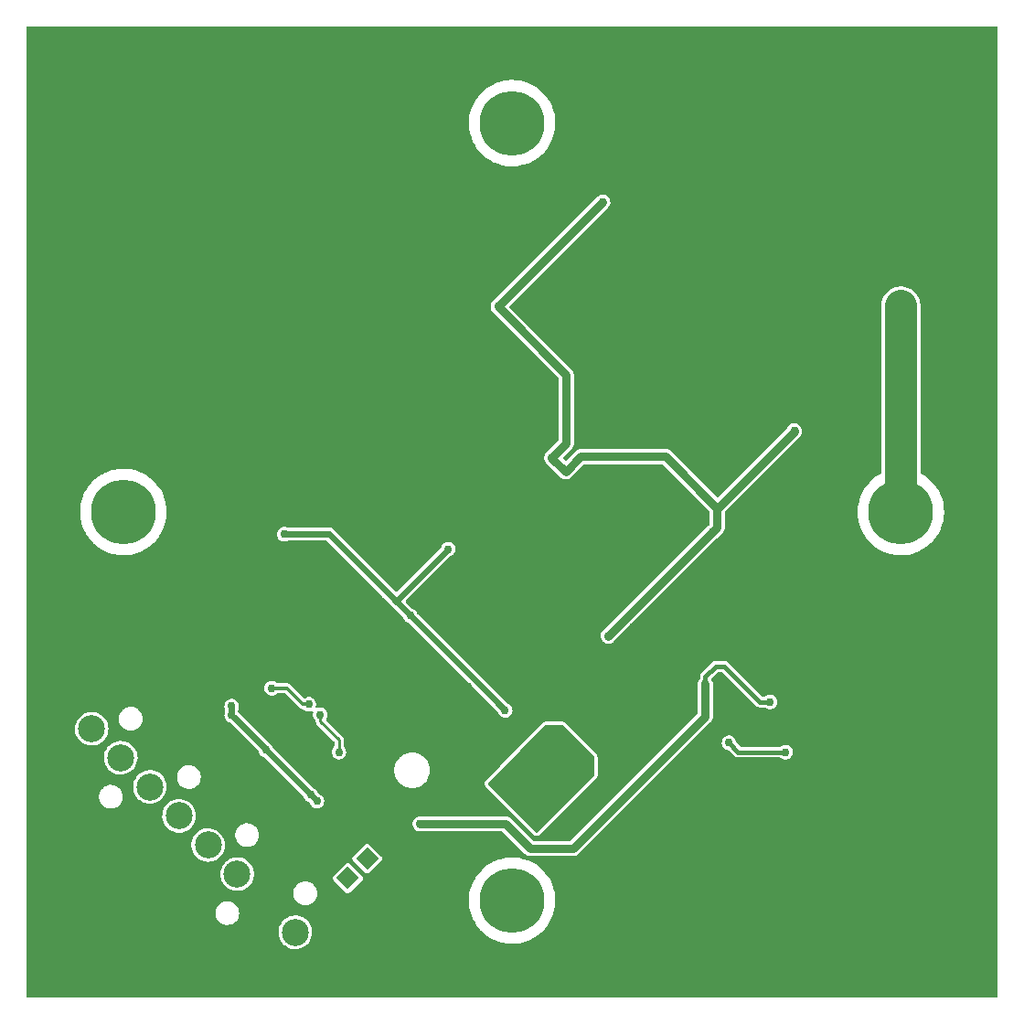
<source format=gbr>
%TF.GenerationSoftware,KiCad,Pcbnew,6.0.4-6f826c9f35~116~ubuntu20.04.1*%
%TF.CreationDate,2022-09-05T16:43:31+00:00*%
%TF.ProjectId,QFHMIX01D,5146484d-4958-4303-9144-2e6b69636164,REV 0.2*%
%TF.SameCoordinates,Original*%
%TF.FileFunction,Copper,L1,Top*%
%TF.FilePolarity,Positive*%
%FSLAX46Y46*%
G04 Gerber Fmt 4.6, Leading zero omitted, Abs format (unit mm)*
G04 Created by KiCad (PCBNEW 6.0.4-6f826c9f35~116~ubuntu20.04.1) date 2022-09-05 16:43:31*
%MOMM*%
%LPD*%
G01*
G04 APERTURE LIST*
G04 Aperture macros list*
%AMRoundRect*
0 Rectangle with rounded corners*
0 $1 Rounding radius*
0 $2 $3 $4 $5 $6 $7 $8 $9 X,Y pos of 4 corners*
0 Add a 4 corners polygon primitive as box body*
4,1,4,$2,$3,$4,$5,$6,$7,$8,$9,$2,$3,0*
0 Add four circle primitives for the rounded corners*
1,1,$1+$1,$2,$3*
1,1,$1+$1,$4,$5*
1,1,$1+$1,$6,$7*
1,1,$1+$1,$8,$9*
0 Add four rect primitives between the rounded corners*
20,1,$1+$1,$2,$3,$4,$5,0*
20,1,$1+$1,$4,$5,$6,$7,0*
20,1,$1+$1,$6,$7,$8,$9,0*
20,1,$1+$1,$8,$9,$2,$3,0*%
%AMRotRect*
0 Rectangle, with rotation*
0 The origin of the aperture is its center*
0 $1 length*
0 $2 width*
0 $3 Rotation angle, in degrees counterclockwise*
0 Add horizontal line*
21,1,$1,$2,0,0,$3*%
G04 Aperture macros list end*
%TA.AperFunction,ComponentPad*%
%ADD10C,2.500000*%
%TD*%
%TA.AperFunction,ComponentPad*%
%ADD11RotRect,1.524000X1.524000X225.000000*%
%TD*%
%TA.AperFunction,ComponentPad*%
%ADD12C,6.000000*%
%TD*%
%TA.AperFunction,ComponentPad*%
%ADD13C,0.500000*%
%TD*%
%TA.AperFunction,ComponentPad*%
%ADD14C,0.600000*%
%TD*%
%TA.AperFunction,SMDPad,CuDef*%
%ADD15RoundRect,0.250000X-0.848528X0.000000X0.000000X-0.848528X0.848528X0.000000X0.000000X0.848528X0*%
%TD*%
%TA.AperFunction,ViaPad*%
%ADD16C,0.750000*%
%TD*%
%TA.AperFunction,ViaPad*%
%ADD17C,1.000000*%
%TD*%
%TA.AperFunction,Conductor*%
%ADD18C,0.500000*%
%TD*%
%TA.AperFunction,Conductor*%
%ADD19C,0.400000*%
%TD*%
%TA.AperFunction,Conductor*%
%ADD20C,0.800000*%
%TD*%
%TA.AperFunction,Conductor*%
%ADD21C,0.300000*%
%TD*%
%TA.AperFunction,Conductor*%
%ADD22C,0.600000*%
%TD*%
%TA.AperFunction,Conductor*%
%ADD23C,0.250000*%
%TD*%
%TA.AperFunction,Conductor*%
%ADD24C,3.000000*%
%TD*%
G04 APERTURE END LIST*
D10*
%TO.P,J1,1*%
%TO.N,CLK_IN_N*%
X111070731Y-110070731D03*
%TO.P,J1,2*%
%TO.N,CLK_IN_P*%
X113764808Y-112764808D03*
%TO.P,J1,3*%
%TO.N,DEM_OUTA_N*%
X116458885Y-115458885D03*
%TO.P,J1,4*%
%TO.N,DEM_OUTA_P*%
X119152962Y-118152962D03*
%TO.P,J1,5*%
%TO.N,DEM_OUTB_N*%
X121847038Y-120847038D03*
%TO.P,J1,6*%
%TO.N,DEM_OUTB_P*%
X124541115Y-123541115D03*
%TO.P,J1,7*%
%TO.N,GND*%
X127235192Y-126235192D03*
%TO.P,J1,8*%
%TO.N,VCC*%
X129929269Y-128929269D03*
%TD*%
D11*
%TO.P,J2,1*%
%TO.N,GND*%
X138380877Y-123910226D03*
%TO.P,J2,2*%
X136584826Y-125706277D03*
%TO.P,J2,3*%
%TO.N,VCC*%
X136584826Y-122114174D03*
%TO.P,J2,4*%
X134788774Y-123910226D03*
%TO.P,J2,5*%
%TO.N,GND*%
X134788774Y-120318123D03*
%TO.P,J2,6*%
X132992723Y-122114174D03*
%TD*%
D12*
%TO.P,M7,1*%
%TO.N,GND*%
X185560000Y-125560000D03*
%TD*%
%TO.P,M6,1*%
%TO.N,GND*%
X185560000Y-54440000D03*
%TD*%
%TO.P,M5,1*%
%TO.N,GND*%
X114440000Y-125560000D03*
%TD*%
%TO.P,M4,1*%
%TO.N,/LNA/QFH_IN_2_N*%
X150000000Y-126000000D03*
%TD*%
%TO.P,M3,1*%
%TO.N,/LNA/QFH_IN_2_P*%
X150000000Y-54000000D03*
%TD*%
%TO.P,M2,1*%
%TO.N,/LNA/QFH_IN_1_N*%
X186000000Y-90000000D03*
%TD*%
%TO.P,M1,1*%
%TO.N,/LNA/QFH_IN_1_P*%
X114000000Y-90000000D03*
%TD*%
%TO.P,M8,1*%
%TO.N,GND*%
X114440000Y-54440000D03*
%TD*%
D13*
%TO.P,U8,2,GND*%
%TO.N,GND*%
X146057538Y-82278248D03*
X145350431Y-81571141D03*
X144643325Y-82278248D03*
X147471752Y-82278248D03*
X146057538Y-83692462D03*
X148178859Y-84399569D03*
X147471752Y-83692462D03*
X145350431Y-82985355D03*
X148178859Y-82985355D03*
X147471752Y-85106675D03*
X146764645Y-82985355D03*
X146057538Y-80864035D03*
X148885965Y-83692462D03*
X146764645Y-81571141D03*
X146764645Y-84399569D03*
%TD*%
%TO.P,U9,2,GND*%
%TO.N,GND*%
X157721752Y-95256675D03*
X158428859Y-93135355D03*
X157721752Y-93842462D03*
X156307538Y-93842462D03*
X155600431Y-91721141D03*
X157014645Y-91721141D03*
X157721752Y-92428248D03*
X156307538Y-91014035D03*
X158428859Y-94549569D03*
X157014645Y-93135355D03*
X155600431Y-93135355D03*
X156307538Y-92428248D03*
X157014645Y-94549569D03*
X154893325Y-92428248D03*
X159135965Y-93842462D03*
%TD*%
%TO.P,U6,2,GND*%
%TO.N,GND*%
X145584614Y-61620400D03*
X142049080Y-62327507D03*
X143463293Y-60913293D03*
X144170400Y-63034614D03*
X144877507Y-62327507D03*
X143463293Y-63741720D03*
X144170400Y-61620400D03*
X143463293Y-62327507D03*
X146291720Y-60913293D03*
X145584614Y-60206186D03*
X144877507Y-59499080D03*
X144877507Y-60913293D03*
X142756186Y-63034614D03*
X142756186Y-61620400D03*
X144170400Y-60206186D03*
%TD*%
%TO.P,U7,2,GND*%
%TO.N,GND*%
X176107614Y-97379507D03*
X177521827Y-95965293D03*
X178936041Y-97379507D03*
X178936041Y-94551080D03*
X180350254Y-95965293D03*
X176814720Y-96672400D03*
X177521827Y-97379507D03*
X178228934Y-98086614D03*
X177521827Y-98793720D03*
X179643148Y-95258186D03*
X179643148Y-96672400D03*
X176814720Y-98086614D03*
X178228934Y-95258186D03*
X178228934Y-96672400D03*
X178936041Y-95965293D03*
%TD*%
D14*
%TO.P,U12,17,GND*%
%TO.N,GND*%
X125359235Y-76810455D03*
X125359235Y-76032637D03*
X125748144Y-75643729D03*
X124970327Y-76421546D03*
X125748144Y-77199363D03*
D15*
X125748144Y-76421546D03*
D14*
X126525961Y-76421546D03*
X126137053Y-76810455D03*
X126137053Y-76032637D03*
X125748144Y-76421546D03*
%TD*%
D16*
%TO.N,GND*%
X137500000Y-109200000D03*
X126909300Y-102082732D03*
X127762000Y-98552000D03*
X130900000Y-102500000D03*
X132700000Y-107300000D03*
X129900388Y-117120427D03*
X126800000Y-104400000D03*
X122763604Y-110115076D03*
X128300000Y-118500000D03*
X144780000Y-101981000D03*
X128734206Y-108614665D03*
X127746377Y-109602494D03*
X129127375Y-110017547D03*
X131338481Y-111218940D03*
X130350652Y-112206767D03*
X130025402Y-110915571D03*
X149682200Y-102387400D03*
X136128565Y-92155227D03*
X137488879Y-93498721D03*
X124250000Y-57000000D03*
X170688000Y-100685600D03*
X160985200Y-113385600D03*
X138303000Y-80391000D03*
X133350000Y-77470000D03*
X125476000Y-94234000D03*
X132100000Y-65500000D03*
X134000000Y-63500000D03*
X125512300Y-86200000D03*
X125095000Y-106807000D03*
X137836299Y-82963701D03*
X132334000Y-88900000D03*
X147015200Y-94361000D03*
X145923000Y-106172000D03*
X147650200Y-93548200D03*
X123545600Y-76276200D03*
X122555000Y-74168000D03*
X126200000Y-107800000D03*
X121500000Y-111700000D03*
X132080000Y-119227600D03*
X130302000Y-120675400D03*
X161163000Y-71628000D03*
X113411000Y-106553000D03*
X121920000Y-103886000D03*
X118364000Y-111379000D03*
X122729538Y-84139069D03*
X126746000Y-99441000D03*
X126539200Y-88007823D03*
D17*
X145350431Y-81571142D03*
X144643324Y-82278249D03*
X145350431Y-82985355D03*
X146057538Y-82278249D03*
X146764645Y-81571142D03*
X147471751Y-82278249D03*
X146764645Y-82985355D03*
X146057538Y-83692462D03*
X146764645Y-84399569D03*
X147471751Y-83692462D03*
X148178858Y-82985355D03*
X148885965Y-83692462D03*
X148178858Y-84399569D03*
X147471751Y-85106676D03*
X148885965Y-85106676D03*
X144643324Y-80864035D03*
X145703984Y-79803375D03*
X143582664Y-81924695D03*
X143405887Y-79626598D03*
X144466548Y-78565938D03*
X142345227Y-80687258D03*
X149946625Y-84046016D03*
X147825305Y-86167336D03*
X150123402Y-86344113D03*
X151184062Y-85283452D03*
X149062742Y-87404773D03*
X150495000Y-79375000D03*
X149479000Y-79502000D03*
X150622000Y-78359000D03*
X151511000Y-79502000D03*
X150368000Y-80391000D03*
X143256000Y-86487000D03*
X142240000Y-86741000D03*
X143129000Y-87503000D03*
X144289771Y-86308757D03*
X143441243Y-85460229D03*
X157014645Y-93135355D03*
X156307538Y-92428249D03*
X157721751Y-92428249D03*
X157014645Y-91721142D03*
X155600431Y-93135355D03*
X156307538Y-93842462D03*
X157014645Y-94549569D03*
X157721751Y-93842462D03*
X158428858Y-93135355D03*
X158428858Y-94549569D03*
X157721751Y-95256676D03*
X159135965Y-93842462D03*
X160196625Y-94196016D03*
X159135965Y-95256676D03*
X158075305Y-96317336D03*
X159312742Y-97554773D03*
X160373402Y-96494113D03*
X161434062Y-95433452D03*
X155600431Y-91721142D03*
X154893324Y-92428249D03*
X156307538Y-91014035D03*
X155953984Y-89953375D03*
X154716548Y-88715938D03*
X153655887Y-89776598D03*
X154893324Y-91014035D03*
X153832664Y-92074695D03*
X153416000Y-96647000D03*
X153691243Y-95610229D03*
X152400000Y-96901000D03*
X153289000Y-97663000D03*
X154539771Y-96458757D03*
X160655000Y-89535000D03*
X159639000Y-89789000D03*
X160782000Y-88519000D03*
X161671000Y-89281000D03*
X160401000Y-90551000D03*
D16*
X155041600Y-60198000D03*
X176530000Y-74168000D03*
X175006000Y-72644000D03*
X147218400Y-91948000D03*
X145415000Y-98475800D03*
X130300000Y-90500000D03*
X129300000Y-89600000D03*
X166547800Y-99872800D03*
X163804600Y-102057200D03*
X123571000Y-73101200D03*
X140000000Y-130000000D03*
X140000000Y-125000000D03*
X110000000Y-105000000D03*
X135000000Y-130000000D03*
X119126000Y-74549000D03*
X120650000Y-71882000D03*
X125349000Y-67437000D03*
X121000000Y-57000000D03*
X118500000Y-59500000D03*
X123000000Y-60000000D03*
X119253000Y-92119896D03*
X114500000Y-52250000D03*
X114440000Y-123310000D03*
X114440000Y-127810000D03*
X116690000Y-125560000D03*
X112190000Y-125560000D03*
X112840000Y-123960000D03*
X116040000Y-123960000D03*
X116040000Y-127160000D03*
X112840000Y-127160000D03*
X116040000Y-52840000D03*
X112190000Y-54440000D03*
X114440000Y-56690000D03*
X112840000Y-52840000D03*
X112840000Y-56040000D03*
X116690000Y-54440000D03*
X116040000Y-56040000D03*
X187160000Y-52840000D03*
X183310000Y-54440000D03*
X185560000Y-56690000D03*
X183960000Y-56040000D03*
X185560000Y-52190000D03*
X187810000Y-54440000D03*
X187160000Y-56040000D03*
X187160000Y-127160000D03*
X187810000Y-125560000D03*
X187160000Y-123960000D03*
X183310000Y-125560000D03*
X185560000Y-123310000D03*
X183960000Y-123960000D03*
X185560000Y-127810000D03*
X183960000Y-127160000D03*
X183960000Y-52840000D03*
X121978900Y-81555581D03*
X173482000Y-71120000D03*
X176784000Y-129794000D03*
X173101000Y-129794000D03*
X169418000Y-129794000D03*
X144551400Y-73456800D03*
X143738600Y-71755000D03*
X141097000Y-77597000D03*
X140335000Y-76835000D03*
X159308800Y-114681000D03*
X173913800Y-103479600D03*
X159969200Y-108788200D03*
X161366200Y-109931200D03*
X164744400Y-99872800D03*
X169011600Y-102743000D03*
X147574000Y-107975400D03*
X164134800Y-114782600D03*
X157226000Y-59893200D03*
X168579800Y-99949000D03*
X149800000Y-94450000D03*
X119253000Y-83693000D03*
X152146000Y-71501000D03*
X165862000Y-113106200D03*
X141173200Y-66649600D03*
D17*
X152628600Y-91008200D03*
D16*
X153289000Y-72898000D03*
X127635000Y-52324000D03*
X154051000Y-63627000D03*
X147370800Y-58166000D03*
X127762000Y-71755000D03*
X164338000Y-93726000D03*
X146685000Y-65405000D03*
X186817000Y-104013000D03*
X191262000Y-107823000D03*
X173609000Y-91059000D03*
X132410200Y-83464400D03*
X193421000Y-73406000D03*
X176530000Y-121539000D03*
X136525000Y-80264000D03*
X178054000Y-88138000D03*
X127254000Y-70612000D03*
X144399000Y-55753000D03*
X156845000Y-128143000D03*
X169037000Y-79883000D03*
X170815000Y-80137000D03*
X169037000Y-49276000D03*
X157353000Y-78740000D03*
X128397000Y-70866000D03*
X155575000Y-56642000D03*
X130556000Y-86995000D03*
X150114000Y-74168000D03*
X153314400Y-119888000D03*
X181483000Y-116840000D03*
X162179000Y-60198000D03*
X152806400Y-122478800D03*
X177673000Y-90805000D03*
X167208200Y-111607600D03*
X161290000Y-73914000D03*
X181991000Y-86868000D03*
X162382200Y-102489000D03*
X168351200Y-116713000D03*
X176530000Y-80772000D03*
X181965600Y-100431600D03*
X192659000Y-107823000D03*
X177927000Y-103632000D03*
X119380000Y-87836379D03*
X138988800Y-99542800D03*
X143129000Y-73787000D03*
X131699000Y-76454000D03*
X117221000Y-104267000D03*
X117348000Y-109855000D03*
X133096000Y-89662000D03*
X143256000Y-53467000D03*
X164465000Y-91186000D03*
X111633000Y-107442000D03*
X147167600Y-59690000D03*
X182880000Y-95123000D03*
D17*
X156514800Y-100863400D03*
D16*
X153162000Y-57531000D03*
X174752000Y-93726000D03*
X167132000Y-79629000D03*
X167894000Y-97790000D03*
X131572000Y-88138000D03*
X167513000Y-91059000D03*
X105500000Y-110000000D03*
X131572000Y-49784000D03*
X162356800Y-111734600D03*
X172720000Y-80391000D03*
X173863000Y-53721000D03*
X119507000Y-97155000D03*
X126800000Y-60250000D03*
X140000000Y-134500000D03*
X168300400Y-58191400D03*
X163875400Y-77277410D03*
X162306000Y-81661000D03*
X176784000Y-101473000D03*
X105500000Y-115000000D03*
X163830000Y-61849000D03*
X159258000Y-66802000D03*
X130600000Y-60250000D03*
X193548000Y-54991000D03*
X160528000Y-58420000D03*
X149733000Y-66167000D03*
X175133000Y-98298000D03*
X146939000Y-75184000D03*
X165735000Y-116967000D03*
X130810000Y-48768000D03*
X135200000Y-62100000D03*
X171856400Y-61391800D03*
X141900000Y-74300000D03*
X180975000Y-85979000D03*
X189230000Y-100838000D03*
D17*
X155448000Y-99847400D03*
D16*
X138049000Y-62738000D03*
X150622000Y-70866000D03*
X105500000Y-120000000D03*
X182118000Y-108331000D03*
X135700000Y-115300000D03*
X128270000Y-85953600D03*
X161036000Y-83058000D03*
X137033000Y-77978000D03*
X159385000Y-62611000D03*
X105500000Y-99500000D03*
X180863400Y-129986000D03*
X173990000Y-90043000D03*
X145725000Y-96750002D03*
X105500000Y-134500000D03*
X193294000Y-75819000D03*
X155956000Y-108915200D03*
D17*
X157480000Y-101904800D03*
D16*
X182118000Y-96012000D03*
X190627000Y-106553000D03*
X126909300Y-96061434D03*
X153670000Y-102108000D03*
X187071000Y-98806000D03*
X153162000Y-62738000D03*
X119253000Y-79121000D03*
X159893000Y-129794000D03*
X188468000Y-48387000D03*
X159715200Y-105714800D03*
X180340000Y-110871000D03*
X168021000Y-122174000D03*
X193675000Y-58420000D03*
X164973000Y-79756000D03*
X110500000Y-99500000D03*
X193167000Y-81915000D03*
X179578000Y-93472000D03*
X105500000Y-130000000D03*
X143331048Y-91837686D03*
X181229000Y-99822000D03*
X175895000Y-100584000D03*
X132461000Y-73279000D03*
X134239000Y-58420000D03*
X127400000Y-57000000D03*
X165354000Y-55245000D03*
X129032000Y-67437000D03*
X138836400Y-59842400D03*
X157708600Y-83667600D03*
X143331048Y-91837686D03*
X146558000Y-57251600D03*
X166116000Y-90170000D03*
X184277000Y-97917000D03*
X140233400Y-57581800D03*
X188468000Y-118618000D03*
X169037000Y-66802000D03*
X174625000Y-92202000D03*
X132588000Y-56642000D03*
X151511000Y-69977000D03*
X136144000Y-52197000D03*
X131572000Y-47371000D03*
X137541000Y-98120200D03*
X169926000Y-115290600D03*
X139014200Y-56388000D03*
X156972000Y-65024000D03*
X139200000Y-68400000D03*
X105500000Y-125000000D03*
X178181000Y-75946000D03*
X162814000Y-117348000D03*
X129500000Y-63000000D03*
X158623000Y-77724000D03*
X148844000Y-73279000D03*
X132765800Y-84378800D03*
X177800000Y-108204000D03*
X184912000Y-96774000D03*
X115000000Y-99500000D03*
X147955000Y-74676000D03*
X135000000Y-134500000D03*
D17*
X161290000Y-100761800D03*
D16*
X154381200Y-118872000D03*
X181864000Y-48006000D03*
X182118000Y-94234000D03*
X184912000Y-48133000D03*
X148971000Y-65405000D03*
X105500000Y-105000000D03*
X146558000Y-121371300D03*
X141351000Y-51943000D03*
X123179100Y-89046783D03*
X179959000Y-106426000D03*
X165735000Y-102057200D03*
X168783000Y-110337600D03*
X152019000Y-61722000D03*
D17*
X146057538Y-80864035D03*
D16*
X175514000Y-48006000D03*
X187579000Y-103251000D03*
X135128000Y-76835000D03*
X115000000Y-134500000D03*
X178562000Y-89535000D03*
X181229000Y-93472000D03*
X172085000Y-95758000D03*
X180213000Y-85344000D03*
X189865000Y-107442000D03*
X175641000Y-93091000D03*
X183134000Y-72898000D03*
X173888400Y-111379000D03*
X125730000Y-103759000D03*
X145643600Y-58166000D03*
X190627000Y-99949000D03*
X126576965Y-82888965D03*
X120000000Y-134500000D03*
X140766800Y-63093600D03*
X155981400Y-122504200D03*
X160782000Y-76327000D03*
X165227000Y-88900000D03*
X147955000Y-64516000D03*
X119380000Y-99441000D03*
X163830000Y-80391000D03*
X151130000Y-75184000D03*
X175895000Y-105791000D03*
X129667000Y-47371000D03*
X191008000Y-50165000D03*
X189992000Y-108712000D03*
X142087600Y-65786000D03*
X174371000Y-99060000D03*
X134700000Y-108100000D03*
X175895000Y-99060000D03*
X181356000Y-95123000D03*
X138811000Y-78740000D03*
X132207000Y-68580000D03*
X130000000Y-134500000D03*
X143306800Y-96774000D03*
X116459000Y-112014000D03*
X176784000Y-86741000D03*
X187198000Y-109982000D03*
X170307000Y-94361000D03*
X161036000Y-119380000D03*
X171323000Y-113842800D03*
X177546000Y-100711000D03*
X139293600Y-63449200D03*
X160528000Y-68834000D03*
X170053000Y-75565000D03*
X180467000Y-92710000D03*
X156210000Y-82219800D03*
X125000000Y-134500000D03*
X118491000Y-107696000D03*
X130810000Y-55118000D03*
X131900000Y-105200000D03*
X188468000Y-115189000D03*
X138988800Y-99542798D03*
X175133000Y-80645000D03*
X158496000Y-56896000D03*
X150368000Y-110744000D03*
X186055000Y-97713800D03*
X146405600Y-58877200D03*
X165354000Y-63246000D03*
X133197600Y-85648800D03*
X126111000Y-50927000D03*
X184023000Y-96012000D03*
X142290800Y-64516000D03*
X172085000Y-69850000D03*
X180467000Y-94234000D03*
X167716200Y-103733600D03*
X165100000Y-70485000D03*
X136271000Y-61214000D03*
X141224000Y-72009000D03*
X193675000Y-62230000D03*
X183388000Y-81280000D03*
X148183600Y-58978800D03*
X110000000Y-134500000D03*
X129159000Y-53721000D03*
X140309600Y-64211200D03*
X158496000Y-120523000D03*
X172542200Y-102362000D03*
X122936000Y-69469000D03*
X142392400Y-56184800D03*
X149479000Y-121371300D03*
X193548000Y-66421000D03*
X134200000Y-116800000D03*
X166751000Y-96266000D03*
X142011400Y-102590600D03*
X139827000Y-70485000D03*
X130591200Y-74626623D03*
X151003000Y-65659000D03*
X139827000Y-50800000D03*
X178562000Y-48133000D03*
X135763000Y-59690000D03*
X172974000Y-92075000D03*
X170561000Y-68326000D03*
X188087000Y-112522000D03*
X141173200Y-65024000D03*
X155676600Y-118084600D03*
X175514000Y-85471000D03*
X176657000Y-99822000D03*
X177952400Y-67691000D03*
X179197000Y-58928000D03*
X154813000Y-58674000D03*
X141579600Y-63855600D03*
X133096000Y-70757823D03*
X190500000Y-101727000D03*
X167462200Y-102184200D03*
X124600000Y-115400000D03*
X141376400Y-123291600D03*
X139446000Y-61976000D03*
X193548000Y-52197000D03*
X191897000Y-106172000D03*
X148971000Y-111887000D03*
X193421000Y-79121000D03*
X160045400Y-102082600D03*
X180086000Y-77851000D03*
X175133000Y-99822000D03*
X145669000Y-69088000D03*
X193421000Y-70231000D03*
X173863000Y-92837000D03*
X156972000Y-80518000D03*
X138176000Y-61341000D03*
X177927000Y-112395000D03*
X135128000Y-53213000D03*
X158369000Y-63881000D03*
D17*
X162839400Y-99669600D03*
D16*
X173609000Y-114173000D03*
X188087000Y-99822000D03*
X165623400Y-129859000D03*
X139100000Y-95200000D03*
X178181000Y-81534000D03*
X147193000Y-69342000D03*
X157251400Y-116763800D03*
X185420000Y-108839000D03*
X136144000Y-96647000D03*
X188976000Y-76454000D03*
%TO.N,VCC*%
X173888400Y-107594400D03*
X167894000Y-105968800D03*
X141478000Y-118897400D03*
X173888400Y-107594400D03*
X141478000Y-118897400D03*
%TO.N,+5V*%
X158394400Y-61315600D03*
X154965400Y-86283800D03*
X144094200Y-93446600D03*
X140563600Y-99618800D03*
X128905000Y-92075000D03*
X148700000Y-71000000D03*
X176123600Y-82499200D03*
X168554400Y-91871800D03*
X158902400Y-101498400D03*
X149352000Y-108381800D03*
X153670000Y-84988400D03*
%TO.N,+3V3*%
X124028199Y-108813599D03*
X127196814Y-112055871D03*
X124028200Y-108000800D03*
X131925000Y-116775000D03*
X131350000Y-116200000D03*
%TO.N,Net-(C24-Pad1)*%
X132232400Y-108788200D03*
X133959600Y-112242600D03*
%TO.N,/LNA/QFH_IN_1_N*%
X185100000Y-70916800D03*
X186000000Y-70016800D03*
X186000000Y-70916800D03*
X186900000Y-70916800D03*
X186000000Y-71816800D03*
%TO.N,Net-(C23-Pad2)*%
X131165600Y-107823000D03*
X127736600Y-106324400D03*
%TO.N,/Power/3V3VO*%
X152019000Y-111633000D03*
X152654000Y-110871000D03*
X150368000Y-113411000D03*
X153289000Y-116078000D03*
X154305000Y-116967000D03*
X151384000Y-114300000D03*
X152908000Y-112522000D03*
X153892664Y-113506664D03*
X151257000Y-112522000D03*
X154940000Y-114300000D03*
X152432164Y-114967164D03*
X157099000Y-114173000D03*
X153130664Y-114268664D03*
X154178000Y-115189000D03*
X152146000Y-113411000D03*
X153416000Y-110236000D03*
X155956000Y-115316000D03*
X155194000Y-116205000D03*
%TO.N,Net-(C72-Pad1)*%
X170085100Y-111385700D03*
X175336200Y-112242600D03*
%TD*%
D18*
%TO.N,GND*%
X125041037Y-76421546D02*
X125748144Y-76421546D01*
X125748144Y-77128653D02*
X125748144Y-76421546D01*
X126455251Y-76421546D02*
X125748144Y-76421546D01*
X125748144Y-75714439D02*
X125748144Y-76421546D01*
X132575000Y-89450000D02*
X132525000Y-89450000D01*
D19*
%TO.N,VCC*%
X173888400Y-107594400D02*
X172923200Y-107594400D01*
X167894000Y-105257600D02*
X167894000Y-105968800D01*
D20*
X167894000Y-108940600D02*
X167894000Y-105968800D01*
X141478000Y-118897400D02*
X149428200Y-118897400D01*
X155651200Y-121183400D02*
X167894000Y-108940600D01*
X151714200Y-121183400D02*
X155651200Y-121183400D01*
X149428200Y-118897400D02*
X151714200Y-121183400D01*
D19*
X168859200Y-104292400D02*
X167894000Y-105257600D01*
X169621200Y-104292400D02*
X168859200Y-104292400D01*
X172923200Y-107594400D02*
X169621200Y-104292400D01*
D20*
%TO.N,+5V*%
X169037000Y-89636600D02*
X176123600Y-82550000D01*
X148700000Y-71000000D02*
X148710000Y-71000000D01*
X155016200Y-83642200D02*
X153670000Y-84988400D01*
D21*
X130725000Y-92075000D02*
X128905000Y-92075000D01*
D22*
X139050000Y-98075000D02*
X139257900Y-98282900D01*
D20*
X158902400Y-101498400D02*
X168529000Y-91871800D01*
D22*
X148637500Y-107662500D02*
X148376500Y-107401500D01*
D20*
X168986200Y-91440000D02*
X168554400Y-91871800D01*
X176123600Y-82550000D02*
X176123600Y-82499200D01*
X155016200Y-77316200D02*
X155016200Y-83642200D01*
X154965400Y-86283800D02*
X153670000Y-84988400D01*
D22*
X148637500Y-107662500D02*
X138525000Y-97550000D01*
D20*
X148700000Y-71000000D02*
X155016200Y-77316200D01*
D22*
X128905000Y-92075000D02*
X133075000Y-92075000D01*
X149352000Y-108377000D02*
X149352000Y-108381800D01*
D20*
X156362400Y-84886800D02*
X154965400Y-86283800D01*
X168986200Y-89636600D02*
X169037000Y-89636600D01*
X168986200Y-89636600D02*
X164236400Y-84886800D01*
D22*
X133075000Y-92075000D02*
X138500000Y-97500000D01*
D20*
X164236400Y-84886800D02*
X156362400Y-84886800D01*
X168529000Y-91871800D02*
X168554400Y-91871800D01*
D22*
X148637500Y-107662500D02*
X149352000Y-108377000D01*
X139257900Y-98282900D02*
X144094200Y-93446600D01*
D20*
X148700000Y-71000000D02*
X148700000Y-70950000D01*
X148710000Y-71000000D02*
X158394400Y-61315600D01*
D22*
X133075000Y-92075000D02*
X133339500Y-92339500D01*
D20*
X168986200Y-89636600D02*
X168986200Y-91440000D01*
D22*
%TO.N,+3V3*%
X127169285Y-112055871D02*
X127196814Y-112055871D01*
X131925000Y-116775000D02*
X127205871Y-112055871D01*
X124028200Y-108000800D02*
X124028199Y-108813599D01*
X127205871Y-112055871D02*
X127196814Y-112055871D01*
X127196814Y-111982214D02*
X124028199Y-108813599D01*
X127196814Y-112055871D02*
X127196814Y-111982214D01*
D23*
%TO.N,Net-(C24-Pad1)*%
X132232400Y-108788200D02*
X132232400Y-109372400D01*
X133959600Y-111099600D02*
X133959600Y-112242600D01*
X132232400Y-109372400D02*
X133959600Y-111099600D01*
D24*
%TO.N,/LNA/QFH_IN_1_N*%
X186000000Y-71816800D02*
X186000000Y-70916800D01*
X186000000Y-71816800D02*
X186000000Y-90000000D01*
D21*
%TO.N,Net-(C23-Pad2)*%
X131165600Y-107823000D02*
X130632200Y-107823000D01*
X129133600Y-106324400D02*
X127736600Y-106324400D01*
X130632200Y-107823000D02*
X129133600Y-106324400D01*
D19*
%TO.N,Net-(C72-Pad1)*%
X170942000Y-112242600D02*
X170085100Y-111385700D01*
X175336200Y-112242600D02*
X170942000Y-112242600D01*
%TD*%
%TA.AperFunction,Conductor*%
%TO.N,GND*%
G36*
X194908121Y-45054002D02*
G01*
X194954614Y-45107658D01*
X194966000Y-45160000D01*
X194966000Y-134840000D01*
X194945998Y-134908121D01*
X194892342Y-134954614D01*
X194840000Y-134966000D01*
X105160000Y-134966000D01*
X105091879Y-134945998D01*
X105045386Y-134892342D01*
X105034000Y-134840000D01*
X105034000Y-129037775D01*
X128377558Y-129037775D01*
X128414867Y-129284469D01*
X128416413Y-129289285D01*
X128416414Y-129289288D01*
X128467745Y-129449164D01*
X128491138Y-129522024D01*
X128604408Y-129744329D01*
X128751763Y-129945665D01*
X128929413Y-130120851D01*
X128933538Y-130123783D01*
X128933541Y-130123785D01*
X129005771Y-130175116D01*
X129132786Y-130265381D01*
X129137322Y-130267613D01*
X129352110Y-130373302D01*
X129352115Y-130373304D01*
X129356651Y-130375536D01*
X129361495Y-130377017D01*
X129590400Y-130447001D01*
X129590402Y-130447001D01*
X129595248Y-130448483D01*
X129600269Y-130449171D01*
X129600270Y-130449171D01*
X129718843Y-130465413D01*
X129842439Y-130482344D01*
X129921062Y-130480422D01*
X130086802Y-130476372D01*
X130086806Y-130476372D01*
X130091863Y-130476248D01*
X130337104Y-130430352D01*
X130571853Y-130345837D01*
X130790070Y-130224878D01*
X130794048Y-130221748D01*
X130794052Y-130221745D01*
X130982164Y-130073715D01*
X130982165Y-130073714D01*
X130986140Y-130070586D01*
X131101011Y-129945665D01*
X131151596Y-129890654D01*
X131151598Y-129890651D01*
X131155020Y-129886930D01*
X131167465Y-129868057D01*
X131223747Y-129782700D01*
X131292364Y-129678637D01*
X131312800Y-129633165D01*
X131392565Y-129455680D01*
X131392567Y-129455675D01*
X131394639Y-129451064D01*
X131459214Y-129210067D01*
X131484428Y-128961845D01*
X131484769Y-128929269D01*
X131473426Y-128788290D01*
X131465165Y-128685616D01*
X131465164Y-128685612D01*
X131464759Y-128680574D01*
X131448604Y-128614799D01*
X131406453Y-128443191D01*
X131405246Y-128438277D01*
X131382878Y-128385580D01*
X131309735Y-128213267D01*
X131309735Y-128213266D01*
X131307759Y-128208612D01*
X131174807Y-127997488D01*
X131009810Y-127810336D01*
X130817014Y-127651971D01*
X130749706Y-127612797D01*
X130605753Y-127529015D01*
X130605750Y-127529014D01*
X130601378Y-127526469D01*
X130596655Y-127524656D01*
X130596653Y-127524655D01*
X130373171Y-127438868D01*
X130373173Y-127438868D01*
X130368451Y-127437056D01*
X130363505Y-127436023D01*
X130363499Y-127436021D01*
X130129179Y-127387070D01*
X130129180Y-127387070D01*
X130124225Y-127386035D01*
X130119176Y-127385806D01*
X130119170Y-127385805D01*
X130005298Y-127380635D01*
X129874983Y-127374717D01*
X129869962Y-127375298D01*
X129869959Y-127375298D01*
X129632167Y-127402811D01*
X129627137Y-127403393D01*
X129622266Y-127404772D01*
X129622263Y-127404772D01*
X129512071Y-127435954D01*
X129387065Y-127471327D01*
X129274003Y-127524049D01*
X129165524Y-127574633D01*
X129165520Y-127574635D01*
X129160942Y-127576770D01*
X129156761Y-127579612D01*
X129156760Y-127579612D01*
X128958774Y-127714163D01*
X128958770Y-127714166D01*
X128954587Y-127717009D01*
X128773307Y-127888436D01*
X128770229Y-127892462D01*
X128770228Y-127892463D01*
X128624841Y-128082622D01*
X128624838Y-128082626D01*
X128621768Y-128086642D01*
X128503867Y-128306526D01*
X128422638Y-128542432D01*
X128380171Y-128788290D01*
X128377558Y-129037775D01*
X105034000Y-129037775D01*
X105034000Y-127253011D01*
X122524638Y-127253011D01*
X122525756Y-127258898D01*
X122559384Y-127436021D01*
X122563807Y-127459320D01*
X122586130Y-127515557D01*
X122639070Y-127648929D01*
X122639073Y-127648935D01*
X122641282Y-127654500D01*
X122644506Y-127659551D01*
X122644507Y-127659553D01*
X122681181Y-127717009D01*
X122754266Y-127831509D01*
X122898684Y-127983959D01*
X123069323Y-128106351D01*
X123074769Y-128108861D01*
X123074773Y-128108864D01*
X123254583Y-128191757D01*
X123260028Y-128194267D01*
X123265844Y-128195701D01*
X123265847Y-128195702D01*
X123337091Y-128213267D01*
X123463917Y-128244536D01*
X123469907Y-128244845D01*
X123469909Y-128244845D01*
X123543301Y-128248627D01*
X123673633Y-128255343D01*
X123679568Y-128254514D01*
X123679572Y-128254514D01*
X123840618Y-128232023D01*
X123881609Y-128226299D01*
X124080341Y-128158451D01*
X124085549Y-128155474D01*
X124085552Y-128155473D01*
X124171498Y-128106351D01*
X124262658Y-128054249D01*
X124421981Y-127917451D01*
X124552562Y-127752993D01*
X124577360Y-127705459D01*
X124643011Y-127579612D01*
X124649689Y-127566811D01*
X124660993Y-127529015D01*
X124698149Y-127404772D01*
X124709858Y-127365621D01*
X124730897Y-127156683D01*
X124730912Y-127150895D01*
X124710967Y-126941850D01*
X124651853Y-126740348D01*
X124649109Y-126735020D01*
X124558448Y-126558990D01*
X124558446Y-126558987D01*
X124555702Y-126553659D01*
X124425984Y-126388521D01*
X124421453Y-126384589D01*
X124271910Y-126254821D01*
X124271905Y-126254817D01*
X124267379Y-126250890D01*
X124085610Y-126145734D01*
X124057740Y-126136056D01*
X123892911Y-126078817D01*
X123892908Y-126078816D01*
X123887237Y-126076847D01*
X123783326Y-126061781D01*
X123685356Y-126047576D01*
X123685352Y-126047576D01*
X123679415Y-126046715D01*
X123469646Y-126056424D01*
X123346737Y-126086045D01*
X123271321Y-126104220D01*
X123271319Y-126104221D01*
X123265496Y-126105624D01*
X123260041Y-126108104D01*
X123260039Y-126108105D01*
X123177280Y-126145734D01*
X123074334Y-126192541D01*
X122903056Y-126314037D01*
X122898918Y-126318360D01*
X122898913Y-126318364D01*
X122807899Y-126413439D01*
X122757842Y-126465729D01*
X122643932Y-126642144D01*
X122565437Y-126836916D01*
X122564287Y-126842806D01*
X122542290Y-126955446D01*
X122525188Y-127043017D01*
X122525172Y-127049003D01*
X122525172Y-127049006D01*
X122524911Y-127148846D01*
X122524638Y-127253011D01*
X105034000Y-127253011D01*
X105034000Y-125421605D01*
X129744198Y-125421605D01*
X129783367Y-125627914D01*
X129785579Y-125633486D01*
X129858630Y-125817523D01*
X129858633Y-125817529D01*
X129860842Y-125823094D01*
X129973826Y-126000103D01*
X130118244Y-126152553D01*
X130288883Y-126274945D01*
X130294329Y-126277455D01*
X130294333Y-126277458D01*
X130474143Y-126360351D01*
X130479588Y-126362861D01*
X130485404Y-126364295D01*
X130485407Y-126364296D01*
X130567716Y-126384589D01*
X130683477Y-126413130D01*
X130689467Y-126413439D01*
X130689469Y-126413439D01*
X130762861Y-126417221D01*
X130893193Y-126423937D01*
X130899128Y-126423108D01*
X130899132Y-126423108D01*
X131060178Y-126400617D01*
X131101169Y-126394893D01*
X131299901Y-126327045D01*
X131305109Y-126324068D01*
X131305112Y-126324067D01*
X131391058Y-126274945D01*
X131482218Y-126222843D01*
X131546402Y-126167733D01*
X145998014Y-126167733D01*
X146034460Y-126564380D01*
X146035057Y-126567465D01*
X146035057Y-126567466D01*
X146108648Y-126947827D01*
X146110122Y-126955446D01*
X146224250Y-127337063D01*
X146225435Y-127339944D01*
X146225437Y-127339951D01*
X146354763Y-127654500D01*
X146375715Y-127705459D01*
X146563021Y-128056989D01*
X146585815Y-128091102D01*
X146725753Y-128300534D01*
X146784315Y-128388179D01*
X147037408Y-128695752D01*
X147130432Y-128788290D01*
X147248244Y-128905487D01*
X147319797Y-128976667D01*
X147628691Y-129228146D01*
X147631303Y-129229872D01*
X147631305Y-129229873D01*
X147713948Y-129284469D01*
X147961035Y-129447702D01*
X148313541Y-129633165D01*
X148414415Y-129674023D01*
X148679828Y-129781527D01*
X148679835Y-129781529D01*
X148682725Y-129782700D01*
X148685720Y-129783579D01*
X148685721Y-129783579D01*
X149061941Y-129893950D01*
X149061947Y-129893952D01*
X149064935Y-129894828D01*
X149244047Y-129928509D01*
X149453315Y-129967862D01*
X149453323Y-129967863D01*
X149456391Y-129968440D01*
X149853224Y-130002810D01*
X150251507Y-129997596D01*
X150445209Y-129975698D01*
X150644194Y-129953203D01*
X150644202Y-129953202D01*
X150647304Y-129952851D01*
X151036700Y-129869016D01*
X151039673Y-129868059D01*
X151039679Y-129868057D01*
X151412862Y-129747881D01*
X151412863Y-129747881D01*
X151415843Y-129746921D01*
X151418708Y-129745672D01*
X151418714Y-129745670D01*
X151676840Y-129633165D01*
X151780986Y-129587773D01*
X152128517Y-129393147D01*
X152383483Y-129214949D01*
X152452427Y-129166764D01*
X152452432Y-129166760D01*
X152454999Y-129164966D01*
X152457373Y-129162928D01*
X152457379Y-129162923D01*
X152694907Y-128958976D01*
X152757204Y-128905487D01*
X153032144Y-128617276D01*
X153277099Y-128303184D01*
X153489647Y-127966315D01*
X153667687Y-127610002D01*
X153809457Y-127237768D01*
X153832979Y-127150895D01*
X153887960Y-126947827D01*
X153913556Y-126853293D01*
X153961645Y-126564380D01*
X153978441Y-126463470D01*
X153978441Y-126463467D01*
X153978955Y-126460381D01*
X153983356Y-126393239D01*
X154004888Y-126064723D01*
X154004889Y-126064708D01*
X154005006Y-126062916D01*
X154005500Y-126000000D01*
X153985695Y-125602175D01*
X153958548Y-125421605D01*
X153926941Y-125211377D01*
X153926476Y-125208284D01*
X153897500Y-125094190D01*
X153829202Y-124825264D01*
X153829201Y-124825261D01*
X153828429Y-124822221D01*
X153822432Y-124805700D01*
X153693590Y-124450744D01*
X153693586Y-124450734D01*
X153692523Y-124447806D01*
X153520102Y-124088741D01*
X153312871Y-123748575D01*
X153072880Y-123430674D01*
X152802502Y-123138180D01*
X152800164Y-123136108D01*
X152800159Y-123136103D01*
X152506761Y-122876070D01*
X152506755Y-122876065D01*
X152504409Y-122873986D01*
X152181552Y-122640705D01*
X151837121Y-122440644D01*
X151834284Y-122439354D01*
X151834280Y-122439352D01*
X151477380Y-122277079D01*
X151474523Y-122275780D01*
X151471554Y-122274772D01*
X151471546Y-122274769D01*
X151100311Y-122148752D01*
X151100308Y-122148751D01*
X151097344Y-122147745D01*
X151094306Y-122147041D01*
X151094296Y-122147038D01*
X150712355Y-122058509D01*
X150712353Y-122058509D01*
X150709313Y-122057804D01*
X150436072Y-122022559D01*
X150317378Y-122007249D01*
X150317375Y-122007249D01*
X150314268Y-122006848D01*
X149976766Y-121997125D01*
X149919241Y-121995468D01*
X149919240Y-121995468D01*
X149916115Y-121995378D01*
X149912996Y-121995599D01*
X149912989Y-121995599D01*
X149616131Y-122016618D01*
X149518792Y-122023510D01*
X149126227Y-122090965D01*
X149123218Y-122091797D01*
X149123212Y-122091798D01*
X148934265Y-122144021D01*
X148742303Y-122197076D01*
X148739383Y-122198206D01*
X148739379Y-122198207D01*
X148373749Y-122339659D01*
X148373744Y-122339661D01*
X148370816Y-122340794D01*
X148368021Y-122342209D01*
X148368014Y-122342212D01*
X148267519Y-122393086D01*
X148015440Y-122520696D01*
X148012810Y-122522375D01*
X148012799Y-122522381D01*
X147824561Y-122642534D01*
X147679689Y-122735006D01*
X147366883Y-122981602D01*
X147364627Y-122983776D01*
X147364621Y-122983782D01*
X147182581Y-123159270D01*
X147080116Y-123258047D01*
X147078083Y-123260440D01*
X146824257Y-123559211D01*
X146824250Y-123559220D01*
X146822223Y-123561606D01*
X146813871Y-123573691D01*
X146597532Y-123886707D01*
X146597527Y-123886716D01*
X146595755Y-123889279D01*
X146594242Y-123892014D01*
X146594239Y-123892019D01*
X146576363Y-123924335D01*
X146402951Y-124237824D01*
X146401718Y-124240693D01*
X146401713Y-124240704D01*
X146263745Y-124561833D01*
X146245717Y-124603795D01*
X146244776Y-124606772D01*
X146244774Y-124606776D01*
X146236062Y-124634323D01*
X146125609Y-124983573D01*
X146043814Y-125373402D01*
X146043479Y-125376507D01*
X146043478Y-125376516D01*
X146005427Y-125729658D01*
X146001142Y-125769427D01*
X146001117Y-125772550D01*
X146001117Y-125772558D01*
X146000681Y-125828147D01*
X145998014Y-126167733D01*
X131546402Y-126167733D01*
X131618738Y-126105624D01*
X131636990Y-126089953D01*
X131636992Y-126089951D01*
X131641541Y-126086045D01*
X131772122Y-125921587D01*
X131869249Y-125735405D01*
X131929418Y-125534215D01*
X131950457Y-125325277D01*
X131950472Y-125319489D01*
X131930527Y-125110444D01*
X131871413Y-124908942D01*
X131835483Y-124839180D01*
X131778008Y-124727584D01*
X131778006Y-124727581D01*
X131775262Y-124722253D01*
X131645544Y-124557115D01*
X131641013Y-124553183D01*
X131491470Y-124423415D01*
X131491465Y-124423411D01*
X131486939Y-124419484D01*
X131305170Y-124314328D01*
X131223217Y-124285869D01*
X131112471Y-124247411D01*
X131112468Y-124247410D01*
X131106797Y-124245441D01*
X131002886Y-124230375D01*
X130904916Y-124216170D01*
X130904912Y-124216170D01*
X130898975Y-124215309D01*
X130689206Y-124225018D01*
X130596289Y-124247411D01*
X130490881Y-124272814D01*
X130490879Y-124272815D01*
X130485056Y-124274218D01*
X130479601Y-124276698D01*
X130479599Y-124276699D01*
X130396840Y-124314328D01*
X130293894Y-124361135D01*
X130122616Y-124482631D01*
X130118478Y-124486954D01*
X130118473Y-124486958D01*
X129981547Y-124629993D01*
X129977402Y-124634323D01*
X129863492Y-124810738D01*
X129861249Y-124816304D01*
X129792303Y-124987382D01*
X129784997Y-125005510D01*
X129774581Y-125058847D01*
X129745991Y-125205248D01*
X129744748Y-125211611D01*
X129744732Y-125217597D01*
X129744732Y-125217600D01*
X129744471Y-125317440D01*
X129744198Y-125421605D01*
X105034000Y-125421605D01*
X105034000Y-123649621D01*
X122989404Y-123649621D01*
X122990161Y-123654624D01*
X122990161Y-123654629D01*
X123016199Y-123826795D01*
X123026713Y-123896315D01*
X123028259Y-123901131D01*
X123028260Y-123901134D01*
X123100872Y-124127293D01*
X123102984Y-124133870D01*
X123216254Y-124356175D01*
X123363609Y-124557511D01*
X123541259Y-124732697D01*
X123545384Y-124735629D01*
X123545387Y-124735631D01*
X123617617Y-124786962D01*
X123744632Y-124877227D01*
X123749168Y-124879459D01*
X123963956Y-124985148D01*
X123963961Y-124985150D01*
X123968497Y-124987382D01*
X123973341Y-124988863D01*
X124202246Y-125058847D01*
X124202248Y-125058847D01*
X124207094Y-125060329D01*
X124212115Y-125061017D01*
X124212116Y-125061017D01*
X124330689Y-125077259D01*
X124454285Y-125094190D01*
X124532908Y-125092268D01*
X124698648Y-125088218D01*
X124698652Y-125088218D01*
X124703709Y-125088094D01*
X124948950Y-125042198D01*
X125183699Y-124957683D01*
X125401916Y-124836724D01*
X125405894Y-124833594D01*
X125405898Y-124833591D01*
X125594010Y-124685561D01*
X125594011Y-124685560D01*
X125597986Y-124682432D01*
X125713221Y-124557115D01*
X125763442Y-124502500D01*
X125763444Y-124502497D01*
X125766866Y-124498776D01*
X125904210Y-124290483D01*
X125912151Y-124272814D01*
X126004411Y-124067526D01*
X126004413Y-124067521D01*
X126006485Y-124062910D01*
X126021383Y-124007311D01*
X126043616Y-123924335D01*
X133405969Y-123924335D01*
X133408642Y-123935699D01*
X133428999Y-124022257D01*
X133429000Y-124022260D01*
X133431673Y-124033624D01*
X133438272Y-124043257D01*
X133491829Y-124121441D01*
X133491833Y-124121446D01*
X133495122Y-124126247D01*
X134572753Y-125203878D01*
X134573836Y-125204865D01*
X134587805Y-125217600D01*
X134593606Y-125222889D01*
X134691689Y-125277520D01*
X134703248Y-125279132D01*
X134703250Y-125279133D01*
X134738958Y-125284114D01*
X134802883Y-125293031D01*
X134842165Y-125283792D01*
X134900805Y-125270001D01*
X134900808Y-125270000D01*
X134912172Y-125267327D01*
X134977043Y-125222889D01*
X134999989Y-125207171D01*
X134999994Y-125207167D01*
X135004795Y-125203878D01*
X136082426Y-124126247D01*
X136101437Y-124105394D01*
X136156068Y-124007311D01*
X136171579Y-123896117D01*
X136154127Y-123821913D01*
X136148549Y-123798195D01*
X136148548Y-123798192D01*
X136145875Y-123786828D01*
X136117960Y-123746077D01*
X136085719Y-123699011D01*
X136085715Y-123699006D01*
X136082426Y-123694205D01*
X135004795Y-122616574D01*
X134983942Y-122597563D01*
X134885859Y-122542932D01*
X134874300Y-122541320D01*
X134874298Y-122541319D01*
X134838590Y-122536338D01*
X134774665Y-122527421D01*
X134735383Y-122536660D01*
X134676743Y-122550451D01*
X134676740Y-122550452D01*
X134665376Y-122553125D01*
X134655742Y-122559724D01*
X134655743Y-122559724D01*
X134577559Y-122613281D01*
X134577554Y-122613285D01*
X134572753Y-122616574D01*
X133495122Y-123694205D01*
X133476111Y-123715058D01*
X133421480Y-123813141D01*
X133405969Y-123924335D01*
X126043616Y-123924335D01*
X126069752Y-123826795D01*
X126069752Y-123826793D01*
X126071060Y-123821913D01*
X126096274Y-123573691D01*
X126096615Y-123541115D01*
X126085891Y-123407826D01*
X126077011Y-123297462D01*
X126077010Y-123297458D01*
X126076605Y-123292420D01*
X126068163Y-123258047D01*
X126018299Y-123055037D01*
X126017092Y-123050123D01*
X125987182Y-122979658D01*
X125921581Y-122825113D01*
X125921581Y-122825112D01*
X125919605Y-122820458D01*
X125786653Y-122609334D01*
X125621656Y-122422182D01*
X125428860Y-122263817D01*
X125424279Y-122261151D01*
X125217599Y-122140861D01*
X125217596Y-122140860D01*
X125213224Y-122138315D01*
X125208501Y-122136502D01*
X125208499Y-122136501D01*
X125187090Y-122128283D01*
X135202021Y-122128283D01*
X135206835Y-122148752D01*
X135225051Y-122226205D01*
X135225052Y-122226208D01*
X135227725Y-122237572D01*
X135234324Y-122247205D01*
X135287881Y-122325389D01*
X135287885Y-122325394D01*
X135291174Y-122330195D01*
X136368805Y-123407826D01*
X136389658Y-123426837D01*
X136396025Y-123430384D01*
X136396026Y-123430384D01*
X136417807Y-123442516D01*
X136487741Y-123481468D01*
X136499300Y-123483080D01*
X136499302Y-123483081D01*
X136535010Y-123488062D01*
X136598935Y-123496979D01*
X136638217Y-123487740D01*
X136696857Y-123473949D01*
X136696860Y-123473948D01*
X136708224Y-123471275D01*
X136731362Y-123455425D01*
X136796041Y-123411119D01*
X136796046Y-123411115D01*
X136800847Y-123407826D01*
X137878478Y-122330195D01*
X137897489Y-122309342D01*
X137952120Y-122211259D01*
X137954099Y-122197076D01*
X137960980Y-122147745D01*
X137967631Y-122100065D01*
X137955598Y-122048902D01*
X137944601Y-122002143D01*
X137944600Y-122002140D01*
X137941927Y-121990776D01*
X137926077Y-121967638D01*
X137881771Y-121902959D01*
X137881767Y-121902954D01*
X137878478Y-121898153D01*
X136800847Y-120820522D01*
X136779994Y-120801511D01*
X136681911Y-120746880D01*
X136670352Y-120745268D01*
X136670350Y-120745267D01*
X136634642Y-120740286D01*
X136570717Y-120731369D01*
X136531435Y-120740608D01*
X136472795Y-120754399D01*
X136472792Y-120754400D01*
X136461428Y-120757073D01*
X136445629Y-120767896D01*
X136373611Y-120817229D01*
X136373606Y-120817233D01*
X136368805Y-120820522D01*
X135291174Y-121898153D01*
X135272163Y-121919006D01*
X135217532Y-122017089D01*
X135215920Y-122028648D01*
X135215919Y-122028650D01*
X135213094Y-122048902D01*
X135202021Y-122128283D01*
X125187090Y-122128283D01*
X124985017Y-122050714D01*
X124985019Y-122050714D01*
X124980297Y-122048902D01*
X124975351Y-122047869D01*
X124975345Y-122047867D01*
X124741025Y-121998916D01*
X124741026Y-121998916D01*
X124736071Y-121997881D01*
X124731022Y-121997652D01*
X124731016Y-121997651D01*
X124617144Y-121992481D01*
X124486829Y-121986563D01*
X124481808Y-121987144D01*
X124481805Y-121987144D01*
X124308040Y-122007249D01*
X124238983Y-122015239D01*
X124234112Y-122016618D01*
X124234109Y-122016618D01*
X124168934Y-122035061D01*
X123998911Y-122083173D01*
X123885850Y-122135894D01*
X123777370Y-122186479D01*
X123777366Y-122186481D01*
X123772788Y-122188616D01*
X123768607Y-122191458D01*
X123768606Y-122191458D01*
X123570620Y-122326009D01*
X123570616Y-122326012D01*
X123566433Y-122328855D01*
X123562756Y-122332332D01*
X123562755Y-122332333D01*
X123526159Y-122366940D01*
X123385153Y-122500282D01*
X123382075Y-122504308D01*
X123382074Y-122504309D01*
X123236687Y-122694468D01*
X123236684Y-122694472D01*
X123233614Y-122698488D01*
X123115713Y-122918372D01*
X123034484Y-123154278D01*
X122992017Y-123400136D01*
X122989404Y-123649621D01*
X105034000Y-123649621D01*
X105034000Y-120955544D01*
X120295327Y-120955544D01*
X120296084Y-120960547D01*
X120296084Y-120960552D01*
X120307415Y-121035474D01*
X120332636Y-121202238D01*
X120408907Y-121439793D01*
X120522177Y-121662098D01*
X120669532Y-121863434D01*
X120847182Y-122038620D01*
X120851307Y-122041552D01*
X120851310Y-122041554D01*
X120873615Y-122057405D01*
X121050555Y-122183150D01*
X121055091Y-122185382D01*
X121269879Y-122291071D01*
X121269884Y-122291073D01*
X121274420Y-122293305D01*
X121279264Y-122294786D01*
X121508169Y-122364770D01*
X121508171Y-122364770D01*
X121513017Y-122366252D01*
X121518038Y-122366940D01*
X121518039Y-122366940D01*
X121636613Y-122383183D01*
X121760208Y-122400113D01*
X121838831Y-122398191D01*
X122004571Y-122394141D01*
X122004575Y-122394141D01*
X122009632Y-122394017D01*
X122254873Y-122348121D01*
X122489622Y-122263606D01*
X122707839Y-122142647D01*
X122711817Y-122139517D01*
X122711821Y-122139514D01*
X122899933Y-121991484D01*
X122899934Y-121991483D01*
X122903909Y-121988355D01*
X123008168Y-121874974D01*
X123069365Y-121808423D01*
X123069367Y-121808420D01*
X123072789Y-121804699D01*
X123210133Y-121596406D01*
X123278490Y-121444305D01*
X123310334Y-121373449D01*
X123310336Y-121373444D01*
X123312408Y-121368833D01*
X123376983Y-121127836D01*
X123402197Y-120879614D01*
X123402538Y-120847038D01*
X123401784Y-120837665D01*
X123382934Y-120603385D01*
X123382933Y-120603381D01*
X123382528Y-120598343D01*
X123323015Y-120356046D01*
X123316843Y-120341504D01*
X123227504Y-120131036D01*
X123227504Y-120131035D01*
X123225528Y-120126381D01*
X123167007Y-120033451D01*
X124356045Y-120033451D01*
X124395214Y-120239760D01*
X124397426Y-120245332D01*
X124470477Y-120429369D01*
X124470480Y-120429375D01*
X124472689Y-120434940D01*
X124475913Y-120439991D01*
X124475914Y-120439993D01*
X124532168Y-120528124D01*
X124585673Y-120611949D01*
X124730091Y-120764399D01*
X124900730Y-120886791D01*
X124906176Y-120889301D01*
X124906180Y-120889304D01*
X125049867Y-120955544D01*
X125091435Y-120974707D01*
X125097251Y-120976141D01*
X125097254Y-120976142D01*
X125191354Y-120999342D01*
X125295324Y-121024976D01*
X125301314Y-121025285D01*
X125301316Y-121025285D01*
X125374708Y-121029067D01*
X125505040Y-121035783D01*
X125510975Y-121034954D01*
X125510979Y-121034954D01*
X125672025Y-121012463D01*
X125713016Y-121006739D01*
X125911748Y-120938891D01*
X125916956Y-120935914D01*
X125916959Y-120935913D01*
X126002905Y-120886791D01*
X126094065Y-120834689D01*
X126198211Y-120745267D01*
X126248837Y-120701799D01*
X126248839Y-120701797D01*
X126253388Y-120697891D01*
X126383969Y-120533433D01*
X126429584Y-120445995D01*
X126478323Y-120352566D01*
X126481096Y-120347251D01*
X126541265Y-120146061D01*
X126562304Y-119937123D01*
X126562319Y-119931335D01*
X126558009Y-119886156D01*
X126551465Y-119817577D01*
X126542374Y-119722290D01*
X126483260Y-119520788D01*
X126446066Y-119448571D01*
X126389855Y-119339430D01*
X126389853Y-119339427D01*
X126387109Y-119334099D01*
X126257391Y-119168961D01*
X126235612Y-119150062D01*
X126103317Y-119035261D01*
X126103312Y-119035257D01*
X126098786Y-119031330D01*
X126007445Y-118978488D01*
X140777176Y-118978488D01*
X140778948Y-118985867D01*
X140778948Y-118985871D01*
X140814976Y-119135939D01*
X140816748Y-119143318D01*
X140894495Y-119293950D01*
X140899487Y-119299672D01*
X140899488Y-119299674D01*
X140918233Y-119321162D01*
X141005928Y-119421689D01*
X141041635Y-119446784D01*
X141138398Y-119514791D01*
X141138400Y-119514792D01*
X141144615Y-119519160D01*
X141302549Y-119580735D01*
X141401277Y-119593733D01*
X141426056Y-119596995D01*
X141432930Y-119597900D01*
X149085853Y-119597900D01*
X149153974Y-119617902D01*
X149174948Y-119634805D01*
X151200110Y-121659967D01*
X151205963Y-121666232D01*
X151242128Y-121707689D01*
X151293770Y-121743984D01*
X151299063Y-121747915D01*
X151342758Y-121782175D01*
X151348732Y-121786859D01*
X151355648Y-121789982D01*
X151358564Y-121791748D01*
X151371618Y-121799194D01*
X151374604Y-121800795D01*
X151380815Y-121805160D01*
X151439646Y-121828097D01*
X151445702Y-121830643D01*
X151496303Y-121853491D01*
X151496309Y-121853493D01*
X151503226Y-121856616D01*
X151510693Y-121858000D01*
X151513938Y-121859017D01*
X151528395Y-121863135D01*
X151531673Y-121863977D01*
X151538749Y-121866735D01*
X151601333Y-121874975D01*
X151607836Y-121876005D01*
X151669902Y-121887508D01*
X151677482Y-121887071D01*
X151677483Y-121887071D01*
X151728850Y-121884109D01*
X151736103Y-121883900D01*
X155624666Y-121883900D01*
X155633236Y-121884192D01*
X155688123Y-121887934D01*
X155695600Y-121886629D01*
X155695603Y-121886629D01*
X155750329Y-121877078D01*
X155756852Y-121876115D01*
X155811942Y-121869448D01*
X155811943Y-121869448D01*
X155819485Y-121868535D01*
X155826592Y-121865849D01*
X155829968Y-121865020D01*
X155844322Y-121861094D01*
X155847628Y-121860096D01*
X155855112Y-121858790D01*
X155862067Y-121855737D01*
X155862070Y-121855736D01*
X155912906Y-121833420D01*
X155919014Y-121830927D01*
X155970953Y-121811301D01*
X155970956Y-121811300D01*
X155978055Y-121808617D01*
X155984309Y-121804319D01*
X155987306Y-121802752D01*
X156000421Y-121795452D01*
X156003372Y-121793707D01*
X156010328Y-121790653D01*
X156060420Y-121752217D01*
X156065729Y-121748360D01*
X156066377Y-121747915D01*
X156117756Y-121712603D01*
X156157044Y-121668507D01*
X156162026Y-121663231D01*
X166446683Y-111378574D01*
X169404637Y-111378574D01*
X169413226Y-111456372D01*
X169419920Y-111516998D01*
X169422580Y-111541093D01*
X169425190Y-111548224D01*
X169425190Y-111548226D01*
X169433822Y-111571814D01*
X169478770Y-111694641D01*
X169483007Y-111700947D01*
X169483009Y-111700950D01*
X169501265Y-111728117D01*
X169569965Y-111830353D01*
X169575583Y-111835465D01*
X169684345Y-111934430D01*
X169690899Y-111940394D01*
X169697572Y-111944017D01*
X169827914Y-112014788D01*
X169827916Y-112014789D01*
X169834591Y-112018413D01*
X169841940Y-112020341D01*
X169985396Y-112057976D01*
X169985398Y-112057976D01*
X169992746Y-112059904D01*
X170001115Y-112060035D01*
X170001400Y-112060040D01*
X170002134Y-112060268D01*
X170007865Y-112061053D01*
X170007734Y-112062008D01*
X170069198Y-112081110D01*
X170088515Y-112096929D01*
X170538934Y-112547348D01*
X170545989Y-112556178D01*
X170546436Y-112555798D01*
X170552250Y-112562629D01*
X170557042Y-112570225D01*
X170563771Y-112576168D01*
X170563772Y-112576169D01*
X170594942Y-112603697D01*
X170600629Y-112609043D01*
X170612781Y-112621195D01*
X170616362Y-112623879D01*
X170616369Y-112623885D01*
X170621772Y-112627934D01*
X170629611Y-112634316D01*
X170664469Y-112665101D01*
X170672594Y-112668915D01*
X170675760Y-112670995D01*
X170688726Y-112678786D01*
X170692061Y-112680612D01*
X170699247Y-112685998D01*
X170707648Y-112689148D01*
X170707651Y-112689149D01*
X170742804Y-112702327D01*
X170752121Y-112706253D01*
X170794206Y-112726012D01*
X170803079Y-112727394D01*
X170806714Y-112728505D01*
X170821365Y-112732349D01*
X170825049Y-112733159D01*
X170833452Y-112736309D01*
X170842399Y-112736974D01*
X170842400Y-112736974D01*
X170879832Y-112739755D01*
X170889881Y-112740909D01*
X170899137Y-112742350D01*
X170899140Y-112742350D01*
X170903955Y-112743100D01*
X170920170Y-112743100D01*
X170929505Y-112743446D01*
X170976382Y-112746929D01*
X170985159Y-112745056D01*
X170994114Y-112744445D01*
X170994119Y-112744525D01*
X171007618Y-112743100D01*
X174833695Y-112743100D01*
X174901816Y-112763102D01*
X174918494Y-112775906D01*
X174941999Y-112797294D01*
X174948672Y-112800917D01*
X175079014Y-112871688D01*
X175079016Y-112871689D01*
X175085691Y-112875313D01*
X175093040Y-112877241D01*
X175236496Y-112914876D01*
X175236498Y-112914876D01*
X175243846Y-112916804D01*
X175330505Y-112918165D01*
X175399735Y-112919253D01*
X175399738Y-112919253D01*
X175407332Y-112919372D01*
X175463804Y-112906438D01*
X175559308Y-112884565D01*
X175559312Y-112884564D01*
X175566711Y-112882869D01*
X175639380Y-112846321D01*
X175706000Y-112812815D01*
X175706003Y-112812813D01*
X175712783Y-112809403D01*
X175718554Y-112804474D01*
X175718557Y-112804472D01*
X175831336Y-112708149D01*
X175831336Y-112708148D01*
X175837114Y-112703214D01*
X175932527Y-112570433D01*
X175993513Y-112418726D01*
X176016551Y-112256851D01*
X176016700Y-112242600D01*
X176014927Y-112227943D01*
X175997969Y-112087818D01*
X175997057Y-112080278D01*
X175939262Y-111927327D01*
X175890441Y-111856292D01*
X175850953Y-111798836D01*
X175850952Y-111798834D01*
X175846651Y-111792577D01*
X175840978Y-111787522D01*
X175730238Y-111688857D01*
X175730237Y-111688857D01*
X175724571Y-111683808D01*
X175611246Y-111623806D01*
X175586778Y-111610851D01*
X175586777Y-111610850D01*
X175580069Y-111607299D01*
X175421489Y-111567466D01*
X175413891Y-111567426D01*
X175413889Y-111567426D01*
X175344863Y-111567065D01*
X175257985Y-111566610D01*
X175250605Y-111568382D01*
X175250603Y-111568382D01*
X175106377Y-111603008D01*
X175106375Y-111603009D01*
X175098997Y-111604780D01*
X174953702Y-111679772D01*
X174917847Y-111711051D01*
X174853365Y-111740757D01*
X174835019Y-111742100D01*
X171201504Y-111742100D01*
X171133383Y-111722098D01*
X171112409Y-111705195D01*
X170792605Y-111385391D01*
X170758579Y-111323079D01*
X170756613Y-111311433D01*
X170755381Y-111301255D01*
X170745957Y-111223378D01*
X170688162Y-111070427D01*
X170646259Y-111009457D01*
X170599853Y-110941936D01*
X170599852Y-110941934D01*
X170595551Y-110935677D01*
X170585760Y-110926953D01*
X170479138Y-110831957D01*
X170479137Y-110831957D01*
X170473471Y-110826908D01*
X170328969Y-110750399D01*
X170170389Y-110710566D01*
X170162791Y-110710526D01*
X170162789Y-110710526D01*
X170093763Y-110710165D01*
X170006885Y-110709710D01*
X169999505Y-110711482D01*
X169999503Y-110711482D01*
X169855277Y-110746108D01*
X169855275Y-110746109D01*
X169847897Y-110747880D01*
X169702602Y-110822872D01*
X169696880Y-110827864D01*
X169696878Y-110827865D01*
X169585115Y-110925362D01*
X169585112Y-110925365D01*
X169579390Y-110930357D01*
X169485373Y-111064129D01*
X169425979Y-111216467D01*
X169424987Y-111224000D01*
X169424987Y-111224001D01*
X169406248Y-111366340D01*
X169404637Y-111378574D01*
X166446683Y-111378574D01*
X168370567Y-109454690D01*
X168376833Y-109448836D01*
X168412562Y-109417668D01*
X168418289Y-109412672D01*
X168454587Y-109361026D01*
X168458515Y-109355737D01*
X168492775Y-109312042D01*
X168492775Y-109312041D01*
X168497459Y-109306068D01*
X168500582Y-109299152D01*
X168502348Y-109296236D01*
X168509794Y-109283182D01*
X168511395Y-109280197D01*
X168515760Y-109273985D01*
X168538686Y-109215182D01*
X168541243Y-109209099D01*
X168564092Y-109158496D01*
X168564093Y-109158492D01*
X168567217Y-109151574D01*
X168568601Y-109144108D01*
X168569620Y-109140855D01*
X168573714Y-109126485D01*
X168574576Y-109123126D01*
X168577335Y-109116051D01*
X168585574Y-109053474D01*
X168586605Y-109046965D01*
X168587661Y-109041270D01*
X168598108Y-108984898D01*
X168594709Y-108925949D01*
X168594500Y-108918697D01*
X168594500Y-105927483D01*
X168579135Y-105800515D01*
X168576427Y-105793349D01*
X168521902Y-105649050D01*
X168521901Y-105649048D01*
X168519217Y-105641945D01*
X168455661Y-105549470D01*
X168433561Y-105482001D01*
X168451447Y-105413294D01*
X168470406Y-105389008D01*
X169029609Y-104829805D01*
X169091921Y-104795779D01*
X169118704Y-104792900D01*
X169361696Y-104792900D01*
X169429817Y-104812902D01*
X169450791Y-104829805D01*
X172520134Y-107899148D01*
X172527189Y-107907978D01*
X172527636Y-107907598D01*
X172533450Y-107914429D01*
X172538242Y-107922025D01*
X172544971Y-107927968D01*
X172544972Y-107927969D01*
X172576142Y-107955497D01*
X172581829Y-107960843D01*
X172593981Y-107972995D01*
X172597562Y-107975679D01*
X172597569Y-107975685D01*
X172602972Y-107979734D01*
X172610811Y-107986116D01*
X172632103Y-108004920D01*
X172645669Y-108016901D01*
X172653794Y-108020715D01*
X172656960Y-108022795D01*
X172669926Y-108030586D01*
X172673261Y-108032412D01*
X172680447Y-108037798D01*
X172688849Y-108040948D01*
X172688853Y-108040950D01*
X172724001Y-108054126D01*
X172733318Y-108058052D01*
X172775406Y-108077812D01*
X172784275Y-108079193D01*
X172787893Y-108080299D01*
X172802559Y-108084147D01*
X172806249Y-108084958D01*
X172814651Y-108088108D01*
X172823597Y-108088773D01*
X172823598Y-108088773D01*
X172861028Y-108091554D01*
X172871077Y-108092708D01*
X172885155Y-108094900D01*
X172901373Y-108094900D01*
X172910710Y-108095246D01*
X172957582Y-108098729D01*
X172966358Y-108096856D01*
X172975315Y-108096245D01*
X172975320Y-108096325D01*
X172988819Y-108094900D01*
X173385895Y-108094900D01*
X173454016Y-108114902D01*
X173470694Y-108127706D01*
X173494199Y-108149094D01*
X173516501Y-108161203D01*
X173631214Y-108223488D01*
X173631216Y-108223489D01*
X173637891Y-108227113D01*
X173645240Y-108229041D01*
X173788696Y-108266676D01*
X173788698Y-108266676D01*
X173796046Y-108268604D01*
X173882705Y-108269965D01*
X173951935Y-108271053D01*
X173951938Y-108271053D01*
X173959532Y-108271172D01*
X174043158Y-108252019D01*
X174111508Y-108236365D01*
X174111512Y-108236364D01*
X174118911Y-108234669D01*
X174199389Y-108194193D01*
X174258200Y-108164615D01*
X174258203Y-108164613D01*
X174264983Y-108161203D01*
X174270754Y-108156274D01*
X174270757Y-108156272D01*
X174383536Y-108059949D01*
X174383536Y-108059948D01*
X174389314Y-108055014D01*
X174484727Y-107922233D01*
X174545713Y-107770526D01*
X174568751Y-107608651D01*
X174568900Y-107594400D01*
X174564379Y-107557036D01*
X174557654Y-107501469D01*
X174549257Y-107432078D01*
X174491462Y-107279127D01*
X174429287Y-107188661D01*
X174403153Y-107150636D01*
X174403152Y-107150634D01*
X174398851Y-107144377D01*
X174276771Y-107035608D01*
X174168450Y-106978256D01*
X174138978Y-106962651D01*
X174138977Y-106962650D01*
X174132269Y-106959099D01*
X173973689Y-106919266D01*
X173966091Y-106919226D01*
X173966089Y-106919226D01*
X173897063Y-106918865D01*
X173810185Y-106918410D01*
X173802805Y-106920182D01*
X173802803Y-106920182D01*
X173658577Y-106954808D01*
X173658575Y-106954809D01*
X173651197Y-106956580D01*
X173505902Y-107031572D01*
X173470047Y-107062851D01*
X173405565Y-107092557D01*
X173387219Y-107093900D01*
X173182704Y-107093900D01*
X173114583Y-107073898D01*
X173093609Y-107056995D01*
X170024266Y-103987652D01*
X170017211Y-103978822D01*
X170016764Y-103979202D01*
X170010950Y-103972371D01*
X170006158Y-103964775D01*
X169968257Y-103931302D01*
X169962571Y-103925957D01*
X169950419Y-103913805D01*
X169946838Y-103911121D01*
X169946831Y-103911115D01*
X169941428Y-103907066D01*
X169933589Y-103900684D01*
X169905457Y-103875839D01*
X169905456Y-103875839D01*
X169898731Y-103869899D01*
X169890606Y-103866085D01*
X169887440Y-103864005D01*
X169874474Y-103856214D01*
X169871139Y-103854388D01*
X169863953Y-103849002D01*
X169855551Y-103845852D01*
X169855547Y-103845850D01*
X169820399Y-103832674D01*
X169811080Y-103828747D01*
X169806226Y-103826468D01*
X169768994Y-103808988D01*
X169760125Y-103807607D01*
X169756507Y-103806501D01*
X169741841Y-103802653D01*
X169738151Y-103801842D01*
X169729749Y-103798692D01*
X169720803Y-103798027D01*
X169720802Y-103798027D01*
X169683372Y-103795246D01*
X169673322Y-103794092D01*
X169659245Y-103791900D01*
X169643027Y-103791900D01*
X169633690Y-103791554D01*
X169619169Y-103790475D01*
X169586818Y-103788071D01*
X169578041Y-103789944D01*
X169569086Y-103790555D01*
X169569081Y-103790475D01*
X169555582Y-103791900D01*
X168928720Y-103791900D01*
X168917491Y-103790645D01*
X168917444Y-103791229D01*
X168908497Y-103790509D01*
X168899741Y-103788528D01*
X168850967Y-103791554D01*
X168849291Y-103791658D01*
X168841489Y-103791900D01*
X168824286Y-103791900D01*
X168819850Y-103792535D01*
X168819839Y-103792536D01*
X168813158Y-103793493D01*
X168803102Y-103794524D01*
X168756691Y-103797403D01*
X168748245Y-103800452D01*
X168744513Y-103801225D01*
X168729855Y-103804879D01*
X168726208Y-103805946D01*
X168717323Y-103807218D01*
X168674986Y-103826468D01*
X168665619Y-103830281D01*
X168621882Y-103846070D01*
X168614630Y-103851368D01*
X168611283Y-103853148D01*
X168598202Y-103860791D01*
X168595020Y-103862826D01*
X168586851Y-103866540D01*
X168580052Y-103872398D01*
X168580051Y-103872399D01*
X168551624Y-103896894D01*
X168543709Y-103903180D01*
X168532195Y-103911591D01*
X168520730Y-103923056D01*
X168513883Y-103929414D01*
X168478274Y-103960097D01*
X168473390Y-103967631D01*
X168467491Y-103974394D01*
X168467430Y-103974341D01*
X168458892Y-103984894D01*
X167589252Y-104854534D01*
X167580422Y-104861589D01*
X167580802Y-104862036D01*
X167573971Y-104867850D01*
X167566375Y-104872642D01*
X167560432Y-104879371D01*
X167560431Y-104879372D01*
X167532903Y-104910542D01*
X167527557Y-104916229D01*
X167515405Y-104928381D01*
X167512721Y-104931962D01*
X167512715Y-104931969D01*
X167508666Y-104937372D01*
X167502284Y-104945211D01*
X167471499Y-104980069D01*
X167467685Y-104988194D01*
X167465605Y-104991360D01*
X167457814Y-105004326D01*
X167455988Y-105007661D01*
X167450602Y-105014847D01*
X167447452Y-105023249D01*
X167447450Y-105023253D01*
X167434274Y-105058401D01*
X167430348Y-105067718D01*
X167410588Y-105109806D01*
X167409207Y-105118675D01*
X167408101Y-105122293D01*
X167404253Y-105136959D01*
X167403442Y-105140649D01*
X167400292Y-105149051D01*
X167399627Y-105157997D01*
X167399627Y-105157998D01*
X167396846Y-105195428D01*
X167395692Y-105205477D01*
X167393500Y-105219555D01*
X167393500Y-105235773D01*
X167393154Y-105245110D01*
X167389671Y-105291982D01*
X167391544Y-105300759D01*
X167392155Y-105309714D01*
X167392075Y-105309719D01*
X167393500Y-105323218D01*
X167393500Y-105423304D01*
X167373498Y-105491425D01*
X167369541Y-105496608D01*
X167369711Y-105496728D01*
X167272240Y-105635415D01*
X167210665Y-105793349D01*
X167199245Y-105880091D01*
X167194604Y-105915348D01*
X167193500Y-105923730D01*
X167193500Y-108598253D01*
X167173498Y-108666374D01*
X167156595Y-108687348D01*
X155397948Y-120445995D01*
X155335636Y-120480021D01*
X155308853Y-120482900D01*
X152056546Y-120482900D01*
X151988425Y-120462898D01*
X151967451Y-120445995D01*
X149942292Y-118420836D01*
X149936437Y-118414569D01*
X149905268Y-118378838D01*
X149905267Y-118378837D01*
X149900272Y-118373111D01*
X149848626Y-118336813D01*
X149843337Y-118332885D01*
X149799642Y-118298625D01*
X149799641Y-118298625D01*
X149793668Y-118293941D01*
X149786752Y-118290818D01*
X149783836Y-118289052D01*
X149770782Y-118281606D01*
X149767797Y-118280005D01*
X149761585Y-118275640D01*
X149712249Y-118256405D01*
X149702782Y-118252714D01*
X149696699Y-118250157D01*
X149646096Y-118227308D01*
X149646092Y-118227307D01*
X149639174Y-118224183D01*
X149631708Y-118222799D01*
X149628455Y-118221780D01*
X149614085Y-118217686D01*
X149610726Y-118216824D01*
X149603651Y-118214065D01*
X149596122Y-118213074D01*
X149596119Y-118213073D01*
X149556457Y-118207852D01*
X149541074Y-118205826D01*
X149534570Y-118204796D01*
X149472498Y-118193292D01*
X149464918Y-118193729D01*
X149464917Y-118193729D01*
X149413550Y-118196691D01*
X149406297Y-118196900D01*
X141436683Y-118196900D01*
X141362915Y-118205827D01*
X141317258Y-118211352D01*
X141317257Y-118211352D01*
X141309715Y-118212265D01*
X141302610Y-118214950D01*
X141302609Y-118214950D01*
X141158250Y-118269498D01*
X141158248Y-118269499D01*
X141151145Y-118272183D01*
X141144890Y-118276482D01*
X141144886Y-118276484D01*
X141017703Y-118363895D01*
X141011444Y-118368197D01*
X140898679Y-118494762D01*
X140895123Y-118501478D01*
X140872194Y-118544783D01*
X140819359Y-118644571D01*
X140778063Y-118808977D01*
X140778023Y-118816575D01*
X140778023Y-118816577D01*
X140777917Y-118836864D01*
X140777176Y-118978488D01*
X126007445Y-118978488D01*
X125917017Y-118926174D01*
X125835067Y-118897716D01*
X125724318Y-118859257D01*
X125724315Y-118859256D01*
X125718644Y-118857287D01*
X125614733Y-118842221D01*
X125516763Y-118828016D01*
X125516759Y-118828016D01*
X125510822Y-118827155D01*
X125301053Y-118836864D01*
X125208136Y-118859257D01*
X125102728Y-118884660D01*
X125102726Y-118884661D01*
X125096903Y-118886064D01*
X125091448Y-118888544D01*
X125091446Y-118888545D01*
X125008687Y-118926174D01*
X124905741Y-118972981D01*
X124734463Y-119094477D01*
X124730325Y-119098800D01*
X124730320Y-119098804D01*
X124658643Y-119173679D01*
X124589249Y-119246169D01*
X124475339Y-119422584D01*
X124473096Y-119428150D01*
X124404902Y-119597362D01*
X124396844Y-119617356D01*
X124390014Y-119652330D01*
X124359178Y-119810232D01*
X124356595Y-119823457D01*
X124356579Y-119829443D01*
X124356579Y-119829446D01*
X124356318Y-119929286D01*
X124356045Y-120033451D01*
X123167007Y-120033451D01*
X123092576Y-119915257D01*
X122927579Y-119728105D01*
X122734783Y-119569740D01*
X122730204Y-119567075D01*
X122523522Y-119446784D01*
X122523519Y-119446783D01*
X122519147Y-119444238D01*
X122514424Y-119442425D01*
X122514422Y-119442424D01*
X122290940Y-119356637D01*
X122290942Y-119356637D01*
X122286220Y-119354825D01*
X122281274Y-119353792D01*
X122281268Y-119353790D01*
X122046948Y-119304839D01*
X122046949Y-119304839D01*
X122041994Y-119303804D01*
X122036945Y-119303575D01*
X122036939Y-119303574D01*
X121923067Y-119298404D01*
X121792752Y-119292486D01*
X121787731Y-119293067D01*
X121787728Y-119293067D01*
X121549936Y-119320580D01*
X121544906Y-119321162D01*
X121540035Y-119322541D01*
X121540032Y-119322541D01*
X121474853Y-119340985D01*
X121304834Y-119389096D01*
X121243823Y-119417546D01*
X121083293Y-119492402D01*
X121083289Y-119492404D01*
X121078711Y-119494539D01*
X121074530Y-119497381D01*
X121074529Y-119497381D01*
X120876543Y-119631932D01*
X120876539Y-119631935D01*
X120872356Y-119634778D01*
X120868679Y-119638255D01*
X120868678Y-119638256D01*
X120797729Y-119705349D01*
X120691076Y-119806205D01*
X120687998Y-119810231D01*
X120687997Y-119810232D01*
X120542610Y-120000391D01*
X120542607Y-120000395D01*
X120539537Y-120004411D01*
X120421636Y-120224295D01*
X120340407Y-120460201D01*
X120297940Y-120706059D01*
X120297887Y-120711118D01*
X120296752Y-120819535D01*
X120295327Y-120955544D01*
X105034000Y-120955544D01*
X105034000Y-118261468D01*
X117601251Y-118261468D01*
X117602008Y-118266471D01*
X117602008Y-118266476D01*
X117624405Y-118414569D01*
X117638560Y-118508162D01*
X117714831Y-118745717D01*
X117828101Y-118968022D01*
X117975456Y-119169358D01*
X118153106Y-119344544D01*
X118157231Y-119347476D01*
X118157234Y-119347478D01*
X118170122Y-119356637D01*
X118356479Y-119489074D01*
X118361015Y-119491306D01*
X118575803Y-119596995D01*
X118575808Y-119596997D01*
X118580344Y-119599229D01*
X118585188Y-119600710D01*
X118814093Y-119670694D01*
X118814095Y-119670694D01*
X118818941Y-119672176D01*
X118823962Y-119672864D01*
X118823963Y-119672864D01*
X118942537Y-119689107D01*
X119066132Y-119706037D01*
X119144755Y-119704115D01*
X119310495Y-119700065D01*
X119310499Y-119700065D01*
X119315556Y-119699941D01*
X119560797Y-119654045D01*
X119795546Y-119569530D01*
X120013763Y-119448571D01*
X120017741Y-119445441D01*
X120017745Y-119445438D01*
X120205857Y-119297408D01*
X120205858Y-119297407D01*
X120209833Y-119294279D01*
X120325069Y-119168961D01*
X120375289Y-119114347D01*
X120375291Y-119114344D01*
X120378713Y-119110623D01*
X120516057Y-118902330D01*
X120518131Y-118897716D01*
X120616258Y-118679373D01*
X120616260Y-118679368D01*
X120618332Y-118674757D01*
X120682907Y-118433760D01*
X120708121Y-118185538D01*
X120708462Y-118152962D01*
X120697119Y-118011983D01*
X120688858Y-117909309D01*
X120688857Y-117909305D01*
X120688452Y-117904267D01*
X120628939Y-117661970D01*
X120571121Y-117525758D01*
X120533428Y-117436960D01*
X120533428Y-117436959D01*
X120531452Y-117432305D01*
X120398500Y-117221181D01*
X120233503Y-117034029D01*
X120040707Y-116875664D01*
X119905941Y-116797229D01*
X119829446Y-116752708D01*
X119829443Y-116752707D01*
X119825071Y-116750162D01*
X119820348Y-116748349D01*
X119820346Y-116748348D01*
X119596864Y-116662561D01*
X119596866Y-116662561D01*
X119592144Y-116660749D01*
X119587198Y-116659716D01*
X119587192Y-116659714D01*
X119352872Y-116610763D01*
X119352873Y-116610763D01*
X119347918Y-116609728D01*
X119342869Y-116609499D01*
X119342863Y-116609498D01*
X119228991Y-116604328D01*
X119098676Y-116598410D01*
X119093655Y-116598991D01*
X119093652Y-116598991D01*
X118855860Y-116626504D01*
X118850830Y-116627086D01*
X118845959Y-116628465D01*
X118845956Y-116628465D01*
X118768204Y-116650467D01*
X118610758Y-116695020D01*
X118497697Y-116747741D01*
X118389217Y-116798326D01*
X118389213Y-116798328D01*
X118384635Y-116800463D01*
X118380454Y-116803305D01*
X118380453Y-116803305D01*
X118182467Y-116937856D01*
X118182463Y-116937859D01*
X118178280Y-116940702D01*
X118174603Y-116944179D01*
X118174602Y-116944180D01*
X118014289Y-117095780D01*
X117997000Y-117112129D01*
X117993922Y-117116155D01*
X117993921Y-117116156D01*
X117848534Y-117306315D01*
X117848531Y-117306319D01*
X117845461Y-117310335D01*
X117727560Y-117530219D01*
X117646331Y-117766125D01*
X117603864Y-118011983D01*
X117603811Y-118017042D01*
X117601642Y-118224183D01*
X117601251Y-118261468D01*
X105034000Y-118261468D01*
X105034000Y-116476704D01*
X111748331Y-116476704D01*
X111755649Y-116515250D01*
X111783077Y-116659714D01*
X111787500Y-116683013D01*
X111809823Y-116739250D01*
X111862763Y-116872622D01*
X111862766Y-116872628D01*
X111864975Y-116878193D01*
X111868199Y-116883244D01*
X111868200Y-116883246D01*
X111904874Y-116940702D01*
X111977959Y-117055202D01*
X112122377Y-117207652D01*
X112293016Y-117330044D01*
X112298462Y-117332554D01*
X112298466Y-117332557D01*
X112478276Y-117415450D01*
X112483721Y-117417960D01*
X112489537Y-117419394D01*
X112489540Y-117419395D01*
X112560784Y-117436960D01*
X112687610Y-117468229D01*
X112693600Y-117468538D01*
X112693602Y-117468538D01*
X112766994Y-117472320D01*
X112897326Y-117479036D01*
X112903261Y-117478207D01*
X112903265Y-117478207D01*
X113064311Y-117455716D01*
X113105302Y-117449992D01*
X113304034Y-117382144D01*
X113309242Y-117379167D01*
X113309245Y-117379166D01*
X113395803Y-117329694D01*
X113486351Y-117277942D01*
X113645674Y-117141144D01*
X113748346Y-117011836D01*
X113772530Y-116981378D01*
X113772532Y-116981375D01*
X113776255Y-116976686D01*
X113784977Y-116959968D01*
X113850356Y-116834642D01*
X113873382Y-116790504D01*
X113884686Y-116752708D01*
X113912497Y-116659714D01*
X113933551Y-116589314D01*
X113954590Y-116380376D01*
X113954605Y-116374588D01*
X113934660Y-116165543D01*
X113875546Y-115964041D01*
X113831474Y-115878469D01*
X113782141Y-115782683D01*
X113782139Y-115782680D01*
X113779395Y-115777352D01*
X113649677Y-115612214D01*
X113621759Y-115587988D01*
X113598023Y-115567391D01*
X114907174Y-115567391D01*
X114907931Y-115572394D01*
X114907931Y-115572399D01*
X114938928Y-115777352D01*
X114944483Y-115814085D01*
X114946029Y-115818901D01*
X114946030Y-115818904D01*
X114967164Y-115884727D01*
X115020754Y-116051640D01*
X115134024Y-116273945D01*
X115281379Y-116475281D01*
X115459029Y-116650467D01*
X115463154Y-116653399D01*
X115463157Y-116653401D01*
X115512666Y-116688585D01*
X115662402Y-116794997D01*
X115666938Y-116797229D01*
X115881726Y-116902918D01*
X115881731Y-116902920D01*
X115886267Y-116905152D01*
X115891111Y-116906633D01*
X116120016Y-116976617D01*
X116120018Y-116976617D01*
X116124864Y-116978099D01*
X116129885Y-116978787D01*
X116129886Y-116978787D01*
X116148801Y-116981378D01*
X116372055Y-117011960D01*
X116450678Y-117010038D01*
X116616418Y-117005988D01*
X116616422Y-117005988D01*
X116621479Y-117005864D01*
X116866720Y-116959968D01*
X117101469Y-116875453D01*
X117319686Y-116754494D01*
X117323664Y-116751364D01*
X117323668Y-116751361D01*
X117511780Y-116603331D01*
X117511781Y-116603330D01*
X117515756Y-116600202D01*
X117599675Y-116508941D01*
X117681212Y-116420270D01*
X117681214Y-116420267D01*
X117684636Y-116416546D01*
X117821980Y-116208253D01*
X117824054Y-116203639D01*
X117922181Y-115985296D01*
X117922183Y-115985291D01*
X117924255Y-115980680D01*
X117988830Y-115739683D01*
X118014044Y-115491461D01*
X118014385Y-115458885D01*
X118007429Y-115372435D01*
X117994781Y-115215232D01*
X117994780Y-115215228D01*
X117994375Y-115210190D01*
X117971459Y-115116889D01*
X117936069Y-114972807D01*
X117934862Y-114967893D01*
X117931129Y-114959097D01*
X117839351Y-114742883D01*
X117839351Y-114742882D01*
X117837375Y-114738228D01*
X117778853Y-114645297D01*
X118967891Y-114645297D01*
X118973487Y-114674771D01*
X119005033Y-114840927D01*
X119007060Y-114851606D01*
X119009272Y-114857178D01*
X119082323Y-115041215D01*
X119082326Y-115041221D01*
X119084535Y-115046786D01*
X119087759Y-115051837D01*
X119087760Y-115051839D01*
X119136585Y-115128331D01*
X119197519Y-115223795D01*
X119341937Y-115376245D01*
X119512576Y-115498637D01*
X119518022Y-115501147D01*
X119518026Y-115501150D01*
X119697836Y-115584043D01*
X119703281Y-115586553D01*
X119709097Y-115587987D01*
X119709100Y-115587988D01*
X119791413Y-115608282D01*
X119907170Y-115636822D01*
X119913160Y-115637131D01*
X119913162Y-115637131D01*
X119986554Y-115640913D01*
X120116886Y-115647629D01*
X120122821Y-115646800D01*
X120122825Y-115646800D01*
X120283871Y-115624309D01*
X120324862Y-115618585D01*
X120500103Y-115558757D01*
X120517915Y-115552676D01*
X120517916Y-115552675D01*
X120523594Y-115550737D01*
X120528802Y-115547760D01*
X120528805Y-115547759D01*
X120614751Y-115498637D01*
X120705911Y-115446535D01*
X120814864Y-115352986D01*
X120860683Y-115313645D01*
X120860685Y-115313643D01*
X120865234Y-115309737D01*
X120995815Y-115145279D01*
X121004657Y-115128331D01*
X121090169Y-114964412D01*
X121092942Y-114959097D01*
X121098063Y-114941976D01*
X121126849Y-114845719D01*
X121153111Y-114757907D01*
X121174150Y-114548969D01*
X121174165Y-114543181D01*
X121173188Y-114532935D01*
X121163858Y-114435151D01*
X121154220Y-114334136D01*
X121095106Y-114132634D01*
X121083051Y-114109228D01*
X121001701Y-113951276D01*
X121001699Y-113951273D01*
X120998955Y-113945945D01*
X120869237Y-113780807D01*
X120864706Y-113776875D01*
X120715163Y-113647107D01*
X120715158Y-113647103D01*
X120710632Y-113643176D01*
X120528863Y-113538020D01*
X120446913Y-113509562D01*
X120336164Y-113471103D01*
X120336161Y-113471102D01*
X120330490Y-113469133D01*
X120226579Y-113454067D01*
X120128609Y-113439862D01*
X120128605Y-113439862D01*
X120122668Y-113439001D01*
X119912899Y-113448710D01*
X119819982Y-113471103D01*
X119714574Y-113496506D01*
X119714572Y-113496507D01*
X119708749Y-113497910D01*
X119703294Y-113500390D01*
X119703292Y-113500391D01*
X119620533Y-113538020D01*
X119517587Y-113584827D01*
X119346309Y-113706323D01*
X119342171Y-113710646D01*
X119342166Y-113710650D01*
X119270489Y-113785525D01*
X119201095Y-113858015D01*
X119087185Y-114034430D01*
X119084942Y-114039996D01*
X119016896Y-114208841D01*
X119008690Y-114229202D01*
X119005288Y-114246625D01*
X118972490Y-114414572D01*
X118968441Y-114435303D01*
X118968425Y-114441289D01*
X118968425Y-114441292D01*
X118968164Y-114541132D01*
X118967891Y-114645297D01*
X117778853Y-114645297D01*
X117704423Y-114527104D01*
X117539426Y-114339952D01*
X117346630Y-114181587D01*
X117202995Y-114097990D01*
X117135369Y-114058631D01*
X117135366Y-114058630D01*
X117130994Y-114056085D01*
X117126271Y-114054272D01*
X117126269Y-114054271D01*
X116902787Y-113968484D01*
X116902789Y-113968484D01*
X116898067Y-113966672D01*
X116893121Y-113965639D01*
X116893115Y-113965637D01*
X116658795Y-113916686D01*
X116658796Y-113916686D01*
X116653841Y-113915651D01*
X116648792Y-113915422D01*
X116648786Y-113915421D01*
X116534914Y-113910251D01*
X116404599Y-113904333D01*
X116399578Y-113904914D01*
X116399575Y-113904914D01*
X116161783Y-113932427D01*
X116156753Y-113933009D01*
X116151882Y-113934388D01*
X116151879Y-113934388D01*
X116111038Y-113945945D01*
X115916681Y-114000943D01*
X115855672Y-114029392D01*
X115695140Y-114104249D01*
X115695136Y-114104251D01*
X115690558Y-114106386D01*
X115686377Y-114109228D01*
X115686376Y-114109228D01*
X115488390Y-114243779D01*
X115488386Y-114243782D01*
X115484203Y-114246625D01*
X115480526Y-114250102D01*
X115480525Y-114250103D01*
X115443929Y-114284710D01*
X115302923Y-114418052D01*
X115299845Y-114422078D01*
X115299844Y-114422079D01*
X115154457Y-114612238D01*
X115154454Y-114612242D01*
X115151384Y-114616258D01*
X115033483Y-114836142D01*
X114952254Y-115072048D01*
X114909787Y-115317906D01*
X114909734Y-115322965D01*
X114909642Y-115331798D01*
X114907174Y-115567391D01*
X113598023Y-115567391D01*
X113495603Y-115478514D01*
X113495598Y-115478510D01*
X113491072Y-115474583D01*
X113309303Y-115369427D01*
X113261958Y-115352986D01*
X113116604Y-115302510D01*
X113116601Y-115302509D01*
X113110930Y-115300540D01*
X113007019Y-115285474D01*
X112909049Y-115271269D01*
X112909045Y-115271269D01*
X112903108Y-115270408D01*
X112693339Y-115280117D01*
X112600422Y-115302510D01*
X112495014Y-115327913D01*
X112495012Y-115327914D01*
X112489189Y-115329317D01*
X112483734Y-115331797D01*
X112483732Y-115331798D01*
X112400973Y-115369427D01*
X112298027Y-115416234D01*
X112126749Y-115537730D01*
X112122611Y-115542053D01*
X112122606Y-115542057D01*
X112022337Y-115646800D01*
X111981535Y-115689422D01*
X111867625Y-115865837D01*
X111865382Y-115871403D01*
X111792745Y-116051640D01*
X111789130Y-116060609D01*
X111748881Y-116266710D01*
X111748865Y-116272696D01*
X111748865Y-116272699D01*
X111748604Y-116372539D01*
X111748331Y-116476704D01*
X105034000Y-116476704D01*
X105034000Y-112873314D01*
X112213097Y-112873314D01*
X112213854Y-112878317D01*
X112213854Y-112878322D01*
X112223509Y-112942163D01*
X112250406Y-113120008D01*
X112251952Y-113124824D01*
X112251953Y-113124827D01*
X112302326Y-113281718D01*
X112326677Y-113357563D01*
X112439947Y-113579868D01*
X112587302Y-113781204D01*
X112764952Y-113956390D01*
X112769077Y-113959322D01*
X112769080Y-113959324D01*
X112825706Y-113999566D01*
X112968325Y-114100920D01*
X112972861Y-114103152D01*
X113187649Y-114208841D01*
X113187654Y-114208843D01*
X113192190Y-114211075D01*
X113197034Y-114212556D01*
X113425939Y-114282540D01*
X113425941Y-114282540D01*
X113430787Y-114284022D01*
X113435808Y-114284710D01*
X113435809Y-114284710D01*
X113554382Y-114300952D01*
X113677978Y-114317883D01*
X113756601Y-114315961D01*
X113922341Y-114311911D01*
X113922345Y-114311911D01*
X113927402Y-114311787D01*
X114172643Y-114265891D01*
X114407392Y-114181376D01*
X114625609Y-114060417D01*
X114629587Y-114057287D01*
X114629591Y-114057284D01*
X114817703Y-113909254D01*
X114817704Y-113909253D01*
X114821679Y-113906125D01*
X114936915Y-113780807D01*
X114987135Y-113726193D01*
X114987137Y-113726190D01*
X114990559Y-113722469D01*
X115127903Y-113514176D01*
X115129977Y-113509562D01*
X115228104Y-113291219D01*
X115228106Y-113291214D01*
X115230178Y-113286603D01*
X115294753Y-113045606D01*
X115319967Y-112797384D01*
X115320308Y-112764808D01*
X115318987Y-112748385D01*
X115300704Y-112521155D01*
X115300703Y-112521151D01*
X115300298Y-112516113D01*
X115288559Y-112468317D01*
X115241992Y-112278730D01*
X115240785Y-112273816D01*
X115238611Y-112268693D01*
X115145274Y-112048806D01*
X115145274Y-112048805D01*
X115143298Y-112044151D01*
X115010346Y-111833027D01*
X114845349Y-111645875D01*
X114652553Y-111487510D01*
X114478353Y-111386124D01*
X114441292Y-111364554D01*
X114441289Y-111364553D01*
X114436917Y-111362008D01*
X114432194Y-111360195D01*
X114432192Y-111360194D01*
X114208710Y-111274407D01*
X114208712Y-111274407D01*
X114203990Y-111272595D01*
X114199044Y-111271562D01*
X114199038Y-111271560D01*
X113992522Y-111228418D01*
X113959764Y-111221574D01*
X113954715Y-111221345D01*
X113954709Y-111221344D01*
X113840837Y-111216174D01*
X113710522Y-111210256D01*
X113705501Y-111210837D01*
X113705498Y-111210837D01*
X113467706Y-111238350D01*
X113462676Y-111238932D01*
X113457805Y-111240311D01*
X113457802Y-111240311D01*
X113392627Y-111258754D01*
X113222604Y-111306866D01*
X113109543Y-111359587D01*
X113001063Y-111410172D01*
X113001059Y-111410174D01*
X112996481Y-111412309D01*
X112992300Y-111415151D01*
X112992299Y-111415151D01*
X112794313Y-111549702D01*
X112794309Y-111549705D01*
X112790126Y-111552548D01*
X112786449Y-111556025D01*
X112786448Y-111556026D01*
X112612526Y-111720495D01*
X112608846Y-111723975D01*
X112605768Y-111728001D01*
X112605767Y-111728002D01*
X112460380Y-111918161D01*
X112460377Y-111918165D01*
X112457307Y-111922181D01*
X112339406Y-112142065D01*
X112258177Y-112377971D01*
X112215710Y-112623829D01*
X112213097Y-112873314D01*
X105034000Y-112873314D01*
X105034000Y-110179237D01*
X109519020Y-110179237D01*
X109519777Y-110184240D01*
X109519777Y-110184245D01*
X109531108Y-110259167D01*
X109556329Y-110425931D01*
X109632600Y-110663486D01*
X109745870Y-110885791D01*
X109893225Y-111087127D01*
X110070875Y-111262313D01*
X110075000Y-111265245D01*
X110075003Y-111265247D01*
X110131629Y-111305489D01*
X110274248Y-111406843D01*
X110278784Y-111409075D01*
X110493572Y-111514764D01*
X110493577Y-111514766D01*
X110498113Y-111516998D01*
X110502957Y-111518479D01*
X110731862Y-111588463D01*
X110731864Y-111588463D01*
X110736710Y-111589945D01*
X110741731Y-111590633D01*
X110741732Y-111590633D01*
X110815931Y-111600797D01*
X110983901Y-111623806D01*
X111062524Y-111621884D01*
X111228264Y-111617834D01*
X111228268Y-111617834D01*
X111233325Y-111617710D01*
X111478566Y-111571814D01*
X111713315Y-111487299D01*
X111931532Y-111366340D01*
X111935510Y-111363210D01*
X111935514Y-111363207D01*
X112123626Y-111215177D01*
X112123627Y-111215176D01*
X112127602Y-111212048D01*
X112242473Y-111087127D01*
X112293058Y-111032116D01*
X112293060Y-111032113D01*
X112296482Y-111028392D01*
X112433826Y-110820099D01*
X112464718Y-110751361D01*
X112534027Y-110597142D01*
X112534029Y-110597137D01*
X112536101Y-110592526D01*
X112600676Y-110351529D01*
X112625890Y-110103307D01*
X112626231Y-110070731D01*
X112625477Y-110061358D01*
X112606627Y-109827078D01*
X112606626Y-109827074D01*
X112606221Y-109822036D01*
X112546708Y-109579739D01*
X112541659Y-109567843D01*
X112451197Y-109354729D01*
X112451197Y-109354728D01*
X112449221Y-109350074D01*
X112390700Y-109257144D01*
X113579737Y-109257144D01*
X113585817Y-109289166D01*
X113616666Y-109451652D01*
X113618906Y-109463453D01*
X113622571Y-109472686D01*
X113694169Y-109653062D01*
X113694172Y-109653068D01*
X113696381Y-109658633D01*
X113809365Y-109835642D01*
X113953783Y-109988092D01*
X114124422Y-110110484D01*
X114129868Y-110112994D01*
X114129872Y-110112997D01*
X114273559Y-110179237D01*
X114315127Y-110198400D01*
X114320943Y-110199834D01*
X114320946Y-110199835D01*
X114415046Y-110223035D01*
X114519016Y-110248669D01*
X114525006Y-110248978D01*
X114525008Y-110248978D01*
X114598400Y-110252760D01*
X114728732Y-110259476D01*
X114734667Y-110258647D01*
X114734671Y-110258647D01*
X114895717Y-110236156D01*
X114936708Y-110230432D01*
X115135440Y-110162584D01*
X115140648Y-110159607D01*
X115140651Y-110159606D01*
X115226597Y-110110484D01*
X115317757Y-110058382D01*
X115461675Y-109934811D01*
X115472529Y-109925492D01*
X115472531Y-109925490D01*
X115477080Y-109921584D01*
X115607661Y-109757126D01*
X115704788Y-109570944D01*
X115708536Y-109558414D01*
X115731461Y-109481756D01*
X115764957Y-109369754D01*
X115765836Y-109361030D01*
X115773674Y-109283182D01*
X115785996Y-109160816D01*
X115786011Y-109155028D01*
X115785682Y-109151574D01*
X115775157Y-109041270D01*
X115766066Y-108945983D01*
X115725138Y-108806473D01*
X123347736Y-108806473D01*
X123351704Y-108842414D01*
X123363805Y-108952015D01*
X123365679Y-108968992D01*
X123368289Y-108976123D01*
X123368289Y-108976125D01*
X123382337Y-109014513D01*
X123421869Y-109122540D01*
X123426106Y-109128846D01*
X123426108Y-109128849D01*
X123447589Y-109160816D01*
X123513064Y-109258252D01*
X123633998Y-109368293D01*
X123640671Y-109371916D01*
X123771013Y-109442687D01*
X123771015Y-109442688D01*
X123777690Y-109446312D01*
X123790765Y-109449742D01*
X123847888Y-109482523D01*
X126497752Y-112132388D01*
X126531778Y-112194700D01*
X126532770Y-112200768D01*
X126533460Y-112203711D01*
X126534294Y-112211264D01*
X126536904Y-112218395D01*
X126536904Y-112218397D01*
X126544263Y-112238507D01*
X126590484Y-112364812D01*
X126594721Y-112371118D01*
X126594723Y-112371121D01*
X126626713Y-112418726D01*
X126681679Y-112500524D01*
X126687297Y-112505636D01*
X126744079Y-112557303D01*
X126802613Y-112610565D01*
X126836360Y-112628888D01*
X126939628Y-112684959D01*
X126939630Y-112684960D01*
X126946305Y-112688584D01*
X126953655Y-112690512D01*
X126953657Y-112690513D01*
X126971657Y-112695235D01*
X127028781Y-112728016D01*
X130685886Y-116385122D01*
X130715117Y-116430916D01*
X130743670Y-116508941D01*
X130834865Y-116644653D01*
X130840483Y-116649765D01*
X130888705Y-116693643D01*
X130955799Y-116754694D01*
X130993198Y-116775000D01*
X131092814Y-116829088D01*
X131092816Y-116829089D01*
X131099491Y-116832713D01*
X131106835Y-116834640D01*
X131106841Y-116834642D01*
X131112565Y-116836143D01*
X131169688Y-116868924D01*
X131260886Y-116960122D01*
X131290117Y-117005916D01*
X131292329Y-117011960D01*
X131318670Y-117083941D01*
X131322907Y-117090247D01*
X131322909Y-117090250D01*
X131353953Y-117136448D01*
X131409865Y-117219653D01*
X131415483Y-117224765D01*
X131432830Y-117240549D01*
X131530799Y-117329694D01*
X131537472Y-117333317D01*
X131667814Y-117404088D01*
X131667816Y-117404089D01*
X131674491Y-117407713D01*
X131681840Y-117409641D01*
X131825296Y-117447276D01*
X131825298Y-117447276D01*
X131832646Y-117449204D01*
X131919305Y-117450565D01*
X131988535Y-117451653D01*
X131988538Y-117451653D01*
X131996132Y-117451772D01*
X132081129Y-117432305D01*
X132148108Y-117416965D01*
X132148112Y-117416964D01*
X132155511Y-117415269D01*
X132228180Y-117378721D01*
X132294800Y-117345215D01*
X132294803Y-117345213D01*
X132301583Y-117341803D01*
X132307354Y-117336874D01*
X132307357Y-117336872D01*
X132420136Y-117240549D01*
X132420136Y-117240548D01*
X132425914Y-117235614D01*
X132521327Y-117102833D01*
X132582313Y-116951126D01*
X132605351Y-116789251D01*
X132605500Y-116775000D01*
X132602803Y-116752708D01*
X132587767Y-116628465D01*
X132585857Y-116612678D01*
X132528062Y-116459727D01*
X132490308Y-116404794D01*
X132439753Y-116331236D01*
X132439752Y-116331234D01*
X132435451Y-116324977D01*
X132313371Y-116216208D01*
X132168869Y-116139699D01*
X132161503Y-116137849D01*
X132154412Y-116135127D01*
X132154938Y-116133757D01*
X132104269Y-116105033D01*
X132014214Y-116014978D01*
X131985443Y-115970421D01*
X131955746Y-115891830D01*
X131953062Y-115884727D01*
X131882929Y-115782683D01*
X131864753Y-115756236D01*
X131864752Y-115756234D01*
X131860451Y-115749977D01*
X131787626Y-115685092D01*
X131744038Y-115646257D01*
X131744037Y-115646257D01*
X131738371Y-115641208D01*
X131636604Y-115587326D01*
X131600580Y-115568252D01*
X131600578Y-115568251D01*
X131593869Y-115564699D01*
X131586503Y-115562849D01*
X131579412Y-115560127D01*
X131579938Y-115558757D01*
X131529269Y-115530033D01*
X129918236Y-113919000D01*
X139085900Y-113919000D01*
X139106282Y-114177977D01*
X139107436Y-114182784D01*
X139107437Y-114182790D01*
X139127388Y-114265891D01*
X139166926Y-114430578D01*
X139168819Y-114435149D01*
X139168820Y-114435151D01*
X139259231Y-114653420D01*
X139266339Y-114670581D01*
X139402072Y-114892078D01*
X139570785Y-115089615D01*
X139768322Y-115258328D01*
X139989819Y-115394061D01*
X139994389Y-115395954D01*
X139994393Y-115395956D01*
X140225249Y-115491580D01*
X140225251Y-115491581D01*
X140229822Y-115493474D01*
X140317384Y-115514496D01*
X140477610Y-115552963D01*
X140477616Y-115552964D01*
X140482423Y-115554118D01*
X140573850Y-115561314D01*
X140675412Y-115569307D01*
X140675421Y-115569307D01*
X140677869Y-115569500D01*
X140804931Y-115569500D01*
X140807379Y-115569307D01*
X140807388Y-115569307D01*
X140908950Y-115561314D01*
X141000377Y-115554118D01*
X141005184Y-115552964D01*
X141005190Y-115552963D01*
X141165416Y-115514496D01*
X141252978Y-115493474D01*
X141257549Y-115491581D01*
X141257551Y-115491580D01*
X141488407Y-115395956D01*
X141488411Y-115395954D01*
X141492981Y-115394061D01*
X141714478Y-115258328D01*
X141790571Y-115193338D01*
X147455791Y-115193338D01*
X147457567Y-115253695D01*
X147460360Y-115262265D01*
X147460360Y-115262267D01*
X147475829Y-115309737D01*
X147491725Y-115358519D01*
X147525751Y-115420831D01*
X147528446Y-115424431D01*
X147574224Y-115485583D01*
X147574228Y-115485588D01*
X147576921Y-115489185D01*
X151971773Y-119884037D01*
X151974398Y-119886152D01*
X151974402Y-119886156D01*
X152002433Y-119908744D01*
X152021710Y-119924279D01*
X152066773Y-119953240D01*
X152068565Y-119954233D01*
X152090598Y-119966445D01*
X152100914Y-119972163D01*
X152207565Y-120000102D01*
X152253017Y-120003353D01*
X152275217Y-120004941D01*
X152275222Y-120004941D01*
X152278380Y-120005167D01*
X152281547Y-120005074D01*
X152281555Y-120005074D01*
X152313935Y-120004121D01*
X152338737Y-120003391D01*
X152347307Y-120000598D01*
X152347309Y-120000598D01*
X152438028Y-119971036D01*
X152443561Y-119969233D01*
X152474875Y-119952134D01*
X152501925Y-119937363D01*
X152501927Y-119937362D01*
X152505873Y-119935207D01*
X152537591Y-119911463D01*
X152570625Y-119886734D01*
X152570630Y-119886730D01*
X152574227Y-119884037D01*
X157782227Y-114676037D01*
X157803682Y-114652153D01*
X157820585Y-114631179D01*
X157874846Y-114527450D01*
X157894848Y-114459329D01*
X157895487Y-114454886D01*
X157906361Y-114379256D01*
X157906361Y-114379253D01*
X157907000Y-114374810D01*
X157907000Y-112701190D01*
X157905282Y-112669127D01*
X157904850Y-112665101D01*
X157903065Y-112648504D01*
X157902403Y-112642344D01*
X157867423Y-112530629D01*
X157859497Y-112516113D01*
X157835553Y-112472265D01*
X157835552Y-112472263D01*
X157833397Y-112468317D01*
X157828284Y-112461487D01*
X157784924Y-112403565D01*
X157784920Y-112403560D01*
X157782227Y-112399963D01*
X154935037Y-109552773D01*
X154911153Y-109531318D01*
X154890179Y-109514415D01*
X154810407Y-109472686D01*
X154791935Y-109463023D01*
X154791933Y-109463022D01*
X154786450Y-109460154D01*
X154780512Y-109458411D01*
X154780511Y-109458410D01*
X154722641Y-109441418D01*
X154722640Y-109441418D01*
X154718329Y-109440152D01*
X154713889Y-109439514D01*
X154713886Y-109439513D01*
X154638256Y-109428639D01*
X154638253Y-109428639D01*
X154633810Y-109428000D01*
X153088061Y-109428000D01*
X153054240Y-109429913D01*
X153052492Y-109430111D01*
X153052484Y-109430112D01*
X153045496Y-109430905D01*
X153026010Y-109433116D01*
X153020035Y-109435045D01*
X153020030Y-109435046D01*
X152918947Y-109467679D01*
X152912969Y-109469609D01*
X152907489Y-109472686D01*
X152907488Y-109472686D01*
X152854995Y-109502156D01*
X152854991Y-109502159D01*
X152851061Y-109504365D01*
X152847489Y-109507105D01*
X152847483Y-109507109D01*
X152817316Y-109530251D01*
X152783310Y-109556337D01*
X148917515Y-113514176D01*
X148215106Y-114233309D01*
X147626292Y-114836142D01*
X147573398Y-114890295D01*
X147571366Y-114892862D01*
X147571363Y-114892866D01*
X147536718Y-114936643D01*
X147536714Y-114936649D01*
X147534687Y-114939210D01*
X147506768Y-114983219D01*
X147488795Y-115015872D01*
X147460856Y-115122523D01*
X147455791Y-115193338D01*
X141790571Y-115193338D01*
X141912015Y-115089615D01*
X142080728Y-114892078D01*
X142216461Y-114670581D01*
X142223570Y-114653420D01*
X142313980Y-114435151D01*
X142313981Y-114435149D01*
X142315874Y-114430578D01*
X142355412Y-114265891D01*
X142375363Y-114182790D01*
X142375364Y-114182784D01*
X142376518Y-114177977D01*
X142396900Y-113919000D01*
X142376518Y-113660023D01*
X142373418Y-113647107D01*
X142317029Y-113412234D01*
X142315874Y-113407422D01*
X142295222Y-113357563D01*
X142218356Y-113171993D01*
X142218354Y-113171989D01*
X142216461Y-113167419D01*
X142080728Y-112945922D01*
X141912015Y-112748385D01*
X141898655Y-112736974D01*
X141860165Y-112704101D01*
X141714478Y-112579672D01*
X141492981Y-112443939D01*
X141488411Y-112442046D01*
X141488407Y-112442044D01*
X141257551Y-112346420D01*
X141257549Y-112346419D01*
X141252978Y-112344526D01*
X141165416Y-112323504D01*
X141005190Y-112285037D01*
X141005184Y-112285036D01*
X141000377Y-112283882D01*
X140908950Y-112276686D01*
X140807388Y-112268693D01*
X140807379Y-112268693D01*
X140804931Y-112268500D01*
X140677869Y-112268500D01*
X140675421Y-112268693D01*
X140675412Y-112268693D01*
X140573850Y-112276686D01*
X140482423Y-112283882D01*
X140477616Y-112285036D01*
X140477610Y-112285037D01*
X140317384Y-112323504D01*
X140229822Y-112344526D01*
X140225251Y-112346419D01*
X140225249Y-112346420D01*
X139994393Y-112442044D01*
X139994389Y-112442046D01*
X139989819Y-112443939D01*
X139768322Y-112579672D01*
X139622635Y-112704101D01*
X139584146Y-112736974D01*
X139570785Y-112748385D01*
X139402072Y-112945922D01*
X139266339Y-113167419D01*
X139264446Y-113171989D01*
X139264444Y-113171993D01*
X139187578Y-113357563D01*
X139166926Y-113407422D01*
X139165771Y-113412234D01*
X139109383Y-113647107D01*
X139106282Y-113660023D01*
X139085900Y-113919000D01*
X129918236Y-113919000D01*
X127855527Y-111856292D01*
X127826756Y-111811735D01*
X127802560Y-111747701D01*
X127799876Y-111740598D01*
X127719522Y-111623682D01*
X127711567Y-111612107D01*
X127711566Y-111612105D01*
X127707265Y-111605848D01*
X127687753Y-111588463D01*
X127590852Y-111502128D01*
X127590851Y-111502128D01*
X127585185Y-111497079D01*
X127578478Y-111493528D01*
X127578474Y-111493525D01*
X127550345Y-111478632D01*
X127520208Y-111456372D01*
X124692413Y-108628578D01*
X124663642Y-108584021D01*
X124661563Y-108578518D01*
X124636833Y-108513071D01*
X124628699Y-108468534D01*
X124628700Y-108342629D01*
X124637793Y-108295634D01*
X124682679Y-108183976D01*
X124682679Y-108183975D01*
X124685513Y-108176926D01*
X124708551Y-108015051D01*
X124708700Y-108000800D01*
X124706927Y-107986143D01*
X124698339Y-107915180D01*
X124689057Y-107838478D01*
X124631262Y-107685527D01*
X124538651Y-107550777D01*
X124416571Y-107442008D01*
X124272069Y-107365499D01*
X124113489Y-107325666D01*
X124105891Y-107325626D01*
X124105889Y-107325626D01*
X124036863Y-107325265D01*
X123949985Y-107324810D01*
X123942605Y-107326582D01*
X123942603Y-107326582D01*
X123798377Y-107361208D01*
X123798375Y-107361209D01*
X123790997Y-107362980D01*
X123645702Y-107437972D01*
X123639980Y-107442964D01*
X123639978Y-107442965D01*
X123528215Y-107540462D01*
X123528212Y-107540465D01*
X123522490Y-107545457D01*
X123428473Y-107679229D01*
X123405533Y-107738068D01*
X123390128Y-107777580D01*
X123369079Y-107831567D01*
X123368087Y-107839100D01*
X123368087Y-107839101D01*
X123352424Y-107958075D01*
X123347737Y-107993674D01*
X123355091Y-108060280D01*
X123364737Y-108147649D01*
X123365680Y-108156193D01*
X123368290Y-108163324D01*
X123368290Y-108163326D01*
X123420026Y-108304702D01*
X123427700Y-108348004D01*
X123427699Y-108470318D01*
X123419092Y-108516086D01*
X123369078Y-108644366D01*
X123363912Y-108683605D01*
X123349030Y-108796645D01*
X123347736Y-108806473D01*
X115725138Y-108806473D01*
X115706952Y-108744481D01*
X115685372Y-108702580D01*
X115613547Y-108563123D01*
X115613545Y-108563120D01*
X115610801Y-108557792D01*
X115481083Y-108392654D01*
X115468575Y-108381800D01*
X115327009Y-108258954D01*
X115327004Y-108258950D01*
X115322478Y-108255023D01*
X115140709Y-108149867D01*
X115063744Y-108123140D01*
X114948010Y-108082950D01*
X114948007Y-108082949D01*
X114942336Y-108080980D01*
X114838425Y-108065914D01*
X114740455Y-108051709D01*
X114740451Y-108051709D01*
X114734514Y-108050848D01*
X114524745Y-108060557D01*
X114380807Y-108095246D01*
X114326420Y-108108353D01*
X114326418Y-108108354D01*
X114320595Y-108109757D01*
X114315140Y-108112237D01*
X114315138Y-108112238D01*
X114235150Y-108148607D01*
X114129433Y-108196674D01*
X114079434Y-108232141D01*
X113992931Y-108293502D01*
X113958155Y-108318170D01*
X113954017Y-108322493D01*
X113954012Y-108322497D01*
X113882335Y-108397372D01*
X113812941Y-108469862D01*
X113699031Y-108646277D01*
X113682479Y-108687348D01*
X113628960Y-108820147D01*
X113620536Y-108841049D01*
X113605372Y-108918697D01*
X113582870Y-109033925D01*
X113580287Y-109047150D01*
X113580271Y-109053136D01*
X113580271Y-109053139D01*
X113580010Y-109152979D01*
X113579737Y-109257144D01*
X112390700Y-109257144D01*
X112316269Y-109138950D01*
X112151272Y-108951798D01*
X111958476Y-108793433D01*
X111924301Y-108773543D01*
X111747215Y-108670477D01*
X111747212Y-108670476D01*
X111742840Y-108667931D01*
X111738117Y-108666118D01*
X111738115Y-108666117D01*
X111580807Y-108605732D01*
X111509913Y-108578518D01*
X111504967Y-108577485D01*
X111504961Y-108577483D01*
X111270641Y-108528532D01*
X111270642Y-108528532D01*
X111265687Y-108527497D01*
X111260638Y-108527268D01*
X111260632Y-108527267D01*
X111146760Y-108522097D01*
X111016445Y-108516179D01*
X111011424Y-108516760D01*
X111011421Y-108516760D01*
X110773629Y-108544273D01*
X110768599Y-108544855D01*
X110763728Y-108546234D01*
X110763725Y-108546234D01*
X110697479Y-108564980D01*
X110528527Y-108612789D01*
X110467516Y-108641239D01*
X110306986Y-108716095D01*
X110306982Y-108716097D01*
X110302404Y-108718232D01*
X110298223Y-108721074D01*
X110298222Y-108721074D01*
X110100236Y-108855625D01*
X110100232Y-108855628D01*
X110096049Y-108858471D01*
X110092372Y-108861948D01*
X110092371Y-108861949D01*
X109918449Y-109026418D01*
X109914769Y-109029898D01*
X109911691Y-109033924D01*
X109911690Y-109033925D01*
X109766303Y-109224084D01*
X109766300Y-109224088D01*
X109763230Y-109228104D01*
X109645329Y-109447988D01*
X109564100Y-109683894D01*
X109521633Y-109929752D01*
X109519020Y-110179237D01*
X105034000Y-110179237D01*
X105034000Y-106317274D01*
X127056137Y-106317274D01*
X127074080Y-106479793D01*
X127130270Y-106633341D01*
X127221465Y-106769053D01*
X127342399Y-106879094D01*
X127349072Y-106882717D01*
X127479414Y-106953488D01*
X127479416Y-106953489D01*
X127486091Y-106957113D01*
X127493440Y-106959041D01*
X127636896Y-106996676D01*
X127636898Y-106996676D01*
X127644246Y-106998604D01*
X127730905Y-106999965D01*
X127800135Y-107001053D01*
X127800138Y-107001053D01*
X127807732Y-107001172D01*
X127864204Y-106988238D01*
X127959708Y-106966365D01*
X127959712Y-106966364D01*
X127967111Y-106964669D01*
X128059008Y-106918450D01*
X128106400Y-106894615D01*
X128106403Y-106894613D01*
X128113183Y-106891203D01*
X128214010Y-106805089D01*
X128278799Y-106776058D01*
X128295840Y-106774900D01*
X128894807Y-106774900D01*
X128962928Y-106794902D01*
X128983902Y-106811805D01*
X130289978Y-108117881D01*
X130299833Y-108128970D01*
X130320389Y-108155045D01*
X130328136Y-108160399D01*
X130328140Y-108160403D01*
X130368649Y-108188401D01*
X130371869Y-108190702D01*
X130411477Y-108219957D01*
X130411481Y-108219959D01*
X130419057Y-108225555D01*
X130425869Y-108227947D01*
X130431808Y-108232052D01*
X130487811Y-108249763D01*
X130491495Y-108250993D01*
X130537961Y-108267311D01*
X130537966Y-108267312D01*
X130546848Y-108270431D01*
X130554033Y-108270713D01*
X130554091Y-108270724D01*
X130560944Y-108272892D01*
X130568669Y-108273500D01*
X130608145Y-108273500D01*
X130676266Y-108293502D01*
X130692943Y-108306305D01*
X130771399Y-108377694D01*
X130791710Y-108388722D01*
X130908414Y-108452088D01*
X130908416Y-108452089D01*
X130915091Y-108455713D01*
X130922440Y-108457641D01*
X131065896Y-108495276D01*
X131065898Y-108495276D01*
X131073246Y-108497204D01*
X131159905Y-108498565D01*
X131229135Y-108499653D01*
X131229138Y-108499653D01*
X131236732Y-108499772D01*
X131293204Y-108486838D01*
X131388708Y-108464965D01*
X131388712Y-108464964D01*
X131396111Y-108463269D01*
X131402895Y-108459857D01*
X131410044Y-108457283D01*
X131410900Y-108459661D01*
X131468786Y-108449093D01*
X131534435Y-108476127D01*
X131575046Y-108534361D01*
X131577619Y-108605732D01*
X131576037Y-108611893D01*
X131573279Y-108618967D01*
X131572288Y-108626494D01*
X131572287Y-108626498D01*
X131552928Y-108773543D01*
X131551937Y-108781074D01*
X131569880Y-108943593D01*
X131572490Y-108950724D01*
X131572490Y-108950726D01*
X131580048Y-108971380D01*
X131626070Y-109097141D01*
X131630307Y-109103447D01*
X131630309Y-109103450D01*
X131664969Y-109155028D01*
X131717265Y-109232853D01*
X131754694Y-109266910D01*
X131765699Y-109276924D01*
X131802622Y-109337564D01*
X131806900Y-109370118D01*
X131806900Y-109403969D01*
X131807100Y-109405231D01*
X131807200Y-109407782D01*
X131807200Y-109439745D01*
X131810266Y-109449180D01*
X131814605Y-109462536D01*
X131819219Y-109481756D01*
X131821418Y-109495636D01*
X131822970Y-109505432D01*
X131827471Y-109514265D01*
X131833851Y-109526787D01*
X131841413Y-109545042D01*
X131848821Y-109567843D01*
X131854651Y-109575867D01*
X131862907Y-109587230D01*
X131873240Y-109604092D01*
X131884118Y-109625442D01*
X131906719Y-109648043D01*
X131908451Y-109649916D01*
X131909203Y-109650951D01*
X133497195Y-111238943D01*
X133531221Y-111301255D01*
X133534100Y-111328038D01*
X133534100Y-111659996D01*
X133514098Y-111728117D01*
X133490929Y-111754945D01*
X133459616Y-111782261D01*
X133459612Y-111782265D01*
X133453890Y-111787257D01*
X133359873Y-111921029D01*
X133330176Y-111997198D01*
X133304908Y-112062008D01*
X133300479Y-112073367D01*
X133299487Y-112080900D01*
X133299487Y-112080901D01*
X133290805Y-112146850D01*
X133279137Y-112235474D01*
X133282805Y-112268693D01*
X133295421Y-112382963D01*
X133297080Y-112397993D01*
X133353270Y-112551541D01*
X133357507Y-112557847D01*
X133357509Y-112557850D01*
X133389499Y-112605455D01*
X133444465Y-112687253D01*
X133450083Y-112692365D01*
X133509318Y-112746264D01*
X133565399Y-112797294D01*
X133572072Y-112800917D01*
X133702414Y-112871688D01*
X133702416Y-112871689D01*
X133709091Y-112875313D01*
X133716440Y-112877241D01*
X133859896Y-112914876D01*
X133859898Y-112914876D01*
X133867246Y-112916804D01*
X133953905Y-112918165D01*
X134023135Y-112919253D01*
X134023138Y-112919253D01*
X134030732Y-112919372D01*
X134087204Y-112906438D01*
X134182708Y-112884565D01*
X134182712Y-112884564D01*
X134190111Y-112882869D01*
X134262780Y-112846321D01*
X134329400Y-112812815D01*
X134329403Y-112812813D01*
X134336183Y-112809403D01*
X134341954Y-112804474D01*
X134341957Y-112804472D01*
X134454736Y-112708149D01*
X134454736Y-112708148D01*
X134460514Y-112703214D01*
X134555927Y-112570433D01*
X134616913Y-112418726D01*
X134639951Y-112256851D01*
X134640100Y-112242600D01*
X134638327Y-112227943D01*
X134621369Y-112087818D01*
X134620457Y-112080278D01*
X134562662Y-111927327D01*
X134513841Y-111856292D01*
X134474353Y-111798836D01*
X134474352Y-111798834D01*
X134470051Y-111792577D01*
X134464380Y-111787525D01*
X134464378Y-111787522D01*
X134427282Y-111754471D01*
X134389726Y-111694221D01*
X134385100Y-111660394D01*
X134385100Y-111068031D01*
X134384901Y-111066773D01*
X134384801Y-111064232D01*
X134384801Y-111032255D01*
X134381737Y-111022826D01*
X134381736Y-111022819D01*
X134377394Y-111009457D01*
X134372777Y-110990228D01*
X134370582Y-110976365D01*
X134370581Y-110976362D01*
X134369030Y-110966568D01*
X134364528Y-110957733D01*
X134364527Y-110957729D01*
X134358151Y-110945216D01*
X134350587Y-110926953D01*
X134346245Y-110913590D01*
X134346242Y-110913585D01*
X134343179Y-110904157D01*
X134337354Y-110896140D01*
X134337352Y-110896136D01*
X134329093Y-110884770D01*
X134318760Y-110867908D01*
X134312383Y-110855393D01*
X134307882Y-110846558D01*
X134285281Y-110823957D01*
X134283549Y-110822084D01*
X134282797Y-110821049D01*
X132799493Y-109337745D01*
X132765467Y-109275433D01*
X132770532Y-109204618D01*
X132786263Y-109175128D01*
X132828727Y-109116033D01*
X132889713Y-108964326D01*
X132912751Y-108802451D01*
X132912900Y-108788200D01*
X132911127Y-108773543D01*
X132901106Y-108690741D01*
X132893257Y-108625878D01*
X132835462Y-108472927D01*
X132742851Y-108338177D01*
X132716506Y-108314704D01*
X132626438Y-108234457D01*
X132626437Y-108234457D01*
X132620771Y-108229408D01*
X132498397Y-108164615D01*
X132482978Y-108156451D01*
X132482977Y-108156450D01*
X132476269Y-108152899D01*
X132317689Y-108113066D01*
X132310091Y-108113026D01*
X132310089Y-108113026D01*
X132241063Y-108112665D01*
X132154185Y-108112210D01*
X132146805Y-108113982D01*
X132146803Y-108113982D01*
X132098520Y-108125574D01*
X131995197Y-108150380D01*
X131988447Y-108153864D01*
X131986301Y-108154662D01*
X131915480Y-108159659D01*
X131853200Y-108125574D01*
X131819235Y-108063229D01*
X131820656Y-108004741D01*
X131822913Y-107999126D01*
X131825242Y-107982766D01*
X131845370Y-107841333D01*
X131845951Y-107837251D01*
X131846100Y-107823000D01*
X131826457Y-107660678D01*
X131768662Y-107507727D01*
X131726965Y-107447057D01*
X131680353Y-107379236D01*
X131680352Y-107379234D01*
X131676051Y-107372977D01*
X131621990Y-107324810D01*
X131559638Y-107269257D01*
X131559637Y-107269257D01*
X131553971Y-107264208D01*
X131409469Y-107187699D01*
X131250889Y-107147866D01*
X131243291Y-107147826D01*
X131243289Y-107147826D01*
X131174263Y-107147465D01*
X131087385Y-107147010D01*
X131080005Y-107148782D01*
X131080003Y-107148782D01*
X130935777Y-107183408D01*
X130935775Y-107183409D01*
X130928397Y-107185180D01*
X130921652Y-107188661D01*
X130921653Y-107188661D01*
X130814357Y-107244040D01*
X130744649Y-107257509D01*
X130678726Y-107231154D01*
X130667472Y-107221169D01*
X130085954Y-106639650D01*
X129475818Y-106029514D01*
X129465963Y-106018425D01*
X129453668Y-106002829D01*
X129445411Y-105992355D01*
X129397138Y-105958991D01*
X129393965Y-105956724D01*
X129346742Y-105921845D01*
X129339932Y-105919454D01*
X129333992Y-105915348D01*
X129323640Y-105912074D01*
X129278053Y-105897656D01*
X129274301Y-105896404D01*
X129227846Y-105880091D01*
X129227844Y-105880091D01*
X129218952Y-105876968D01*
X129211763Y-105876686D01*
X129211706Y-105876675D01*
X129204856Y-105874508D01*
X129197131Y-105873900D01*
X129143338Y-105873900D01*
X129138392Y-105873803D01*
X129083616Y-105871651D01*
X129076721Y-105873479D01*
X129069073Y-105873900D01*
X128294505Y-105873900D01*
X128226384Y-105853898D01*
X128210686Y-105841977D01*
X128130638Y-105770657D01*
X128124971Y-105765608D01*
X127980469Y-105689099D01*
X127821889Y-105649266D01*
X127814291Y-105649226D01*
X127814289Y-105649226D01*
X127745263Y-105648865D01*
X127658385Y-105648410D01*
X127651005Y-105650182D01*
X127651003Y-105650182D01*
X127506777Y-105684808D01*
X127506775Y-105684809D01*
X127499397Y-105686580D01*
X127354102Y-105761572D01*
X127348380Y-105766564D01*
X127348378Y-105766565D01*
X127236615Y-105864062D01*
X127236612Y-105864065D01*
X127230890Y-105869057D01*
X127136873Y-106002829D01*
X127077479Y-106155167D01*
X127056137Y-106317274D01*
X105034000Y-106317274D01*
X105034000Y-90167733D01*
X109998014Y-90167733D01*
X110034460Y-90564380D01*
X110035057Y-90567465D01*
X110035057Y-90567466D01*
X110090358Y-90853293D01*
X110110122Y-90955446D01*
X110224250Y-91337063D01*
X110225435Y-91339944D01*
X110225437Y-91339951D01*
X110366515Y-91683082D01*
X110375715Y-91705459D01*
X110377183Y-91708214D01*
X110506575Y-91951052D01*
X110563021Y-92056989D01*
X110564759Y-92059590D01*
X110763420Y-92356907D01*
X110784315Y-92388179D01*
X111037408Y-92695752D01*
X111093722Y-92751772D01*
X111248244Y-92905487D01*
X111319797Y-92976667D01*
X111628691Y-93228146D01*
X111631303Y-93229872D01*
X111631305Y-93229873D01*
X111725072Y-93291818D01*
X111961035Y-93447702D01*
X112313541Y-93633165D01*
X112503600Y-93710147D01*
X112679828Y-93781527D01*
X112679835Y-93781529D01*
X112682725Y-93782700D01*
X112685720Y-93783579D01*
X112685721Y-93783579D01*
X113061941Y-93893950D01*
X113061947Y-93893952D01*
X113064935Y-93894828D01*
X113244047Y-93928509D01*
X113453315Y-93967862D01*
X113453323Y-93967863D01*
X113456391Y-93968440D01*
X113853224Y-94002810D01*
X114251507Y-93997596D01*
X114445209Y-93975698D01*
X114644194Y-93953203D01*
X114644202Y-93953202D01*
X114647304Y-93952851D01*
X115036700Y-93869016D01*
X115039673Y-93868059D01*
X115039679Y-93868057D01*
X115412862Y-93747881D01*
X115412863Y-93747881D01*
X115415843Y-93746921D01*
X115418708Y-93745672D01*
X115418714Y-93745670D01*
X115676840Y-93633165D01*
X115780986Y-93587773D01*
X116128517Y-93393147D01*
X116378385Y-93218512D01*
X116452427Y-93166764D01*
X116452432Y-93166760D01*
X116454999Y-93164966D01*
X116457373Y-93162928D01*
X116457379Y-93162923D01*
X116754829Y-92907526D01*
X116757204Y-92905487D01*
X117032144Y-92617276D01*
X117277099Y-92303184D01*
X117425568Y-92067874D01*
X128224537Y-92067874D01*
X128242480Y-92230393D01*
X128298670Y-92383941D01*
X128302907Y-92390247D01*
X128302909Y-92390250D01*
X128336768Y-92440637D01*
X128389865Y-92519653D01*
X128395483Y-92524765D01*
X128499648Y-92619547D01*
X128510799Y-92629694D01*
X128517472Y-92633317D01*
X128647814Y-92704088D01*
X128647816Y-92704089D01*
X128654491Y-92707713D01*
X128661840Y-92709641D01*
X128805296Y-92747276D01*
X128805298Y-92747276D01*
X128812646Y-92749204D01*
X128899305Y-92750565D01*
X128968535Y-92751653D01*
X128968538Y-92751653D01*
X128976132Y-92751772D01*
X129032604Y-92738838D01*
X129128108Y-92716965D01*
X129128112Y-92716964D01*
X129135511Y-92715269D01*
X129187871Y-92688935D01*
X129244484Y-92675500D01*
X132774075Y-92675500D01*
X132842196Y-92695502D01*
X132863170Y-92712405D01*
X137987883Y-97837118D01*
X138000154Y-97853109D01*
X138000622Y-97852750D01*
X138073527Y-97947762D01*
X138800583Y-98674818D01*
X138811450Y-98687208D01*
X138829747Y-98711053D01*
X138836292Y-98716075D01*
X138853591Y-98729349D01*
X138865982Y-98740217D01*
X139882056Y-99756291D01*
X139911287Y-99802085D01*
X139957270Y-99927741D01*
X140048465Y-100063453D01*
X140169399Y-100173494D01*
X140313091Y-100251513D01*
X140345281Y-100259958D01*
X140367110Y-100265685D01*
X140424231Y-100298466D01*
X148685115Y-108559350D01*
X148714346Y-108605144D01*
X148745670Y-108690741D01*
X148749907Y-108697047D01*
X148749909Y-108697050D01*
X148781782Y-108744481D01*
X148836865Y-108826453D01*
X148842483Y-108831565D01*
X148859830Y-108847349D01*
X148957799Y-108936494D01*
X148980073Y-108948588D01*
X149094814Y-109010888D01*
X149094816Y-109010889D01*
X149101491Y-109014513D01*
X149108840Y-109016441D01*
X149252296Y-109054076D01*
X149252298Y-109054076D01*
X149259646Y-109056004D01*
X149346305Y-109057365D01*
X149415535Y-109058453D01*
X149415538Y-109058453D01*
X149423132Y-109058572D01*
X149498676Y-109041270D01*
X149575108Y-109023765D01*
X149575112Y-109023764D01*
X149582511Y-109022069D01*
X149688044Y-108968992D01*
X149721800Y-108952015D01*
X149721803Y-108952013D01*
X149728583Y-108948603D01*
X149734354Y-108943674D01*
X149734357Y-108943672D01*
X149847136Y-108847349D01*
X149847136Y-108847348D01*
X149852914Y-108842414D01*
X149948327Y-108709633D01*
X150009313Y-108557926D01*
X150032351Y-108396051D01*
X150032500Y-108381800D01*
X150027979Y-108344436D01*
X150019394Y-108273500D01*
X150012857Y-108219478D01*
X149955062Y-108066527D01*
X149935317Y-108037798D01*
X149866753Y-107938036D01*
X149866752Y-107938034D01*
X149862451Y-107931777D01*
X149758434Y-107839101D01*
X149746038Y-107828057D01*
X149746037Y-107828057D01*
X149740371Y-107823008D01*
X149641249Y-107770526D01*
X149602582Y-107750053D01*
X149602580Y-107750052D01*
X149595869Y-107746499D01*
X149588502Y-107744648D01*
X149581664Y-107742024D01*
X149537722Y-107713487D01*
X141209472Y-99385237D01*
X141180701Y-99340680D01*
X141169346Y-99310630D01*
X141166662Y-99303527D01*
X141074051Y-99168777D01*
X140951971Y-99060008D01*
X140824770Y-98992659D01*
X140794634Y-98970399D01*
X140196230Y-98371995D01*
X140162204Y-98309683D01*
X140167269Y-98238868D01*
X140196230Y-98193805D01*
X144272646Y-94117389D01*
X144318496Y-94088292D01*
X144324711Y-94086869D01*
X144338467Y-94079951D01*
X144464000Y-94016815D01*
X144464003Y-94016813D01*
X144470783Y-94013403D01*
X144476554Y-94008474D01*
X144476557Y-94008472D01*
X144589336Y-93912149D01*
X144589336Y-93912148D01*
X144595114Y-93907214D01*
X144690527Y-93774433D01*
X144751513Y-93622726D01*
X144774551Y-93460851D01*
X144774700Y-93446600D01*
X144755057Y-93284278D01*
X144697262Y-93131327D01*
X144604651Y-92996577D01*
X144582305Y-92976667D01*
X144488238Y-92892857D01*
X144488237Y-92892857D01*
X144482571Y-92887808D01*
X144338069Y-92811299D01*
X144179489Y-92771466D01*
X144171891Y-92771426D01*
X144171889Y-92771426D01*
X144102863Y-92771065D01*
X144015985Y-92770610D01*
X144008605Y-92772382D01*
X144008603Y-92772382D01*
X143864377Y-92807008D01*
X143864375Y-92807009D01*
X143856997Y-92808780D01*
X143711702Y-92883772D01*
X143705980Y-92888764D01*
X143705978Y-92888765D01*
X143594215Y-92986262D01*
X143594212Y-92986265D01*
X143588490Y-92991257D01*
X143494473Y-93125029D01*
X143458026Y-93218512D01*
X143429728Y-93261837D01*
X139346995Y-97344570D01*
X139284683Y-97378596D01*
X139213868Y-97373531D01*
X139168805Y-97344570D01*
X139037118Y-97212883D01*
X139024846Y-97196892D01*
X139024379Y-97197250D01*
X138953984Y-97105511D01*
X138951473Y-97102238D01*
X133532317Y-91683082D01*
X133521449Y-91670691D01*
X133508175Y-91653392D01*
X133503153Y-91646847D01*
X133377750Y-91550622D01*
X133231715Y-91490132D01*
X133112979Y-91474500D01*
X133075000Y-91469500D01*
X133066812Y-91470578D01*
X133045209Y-91473422D01*
X133028763Y-91474500D01*
X129245896Y-91474500D01*
X129186937Y-91459854D01*
X129155584Y-91443254D01*
X129155581Y-91443253D01*
X129148869Y-91439699D01*
X128990289Y-91399866D01*
X128982691Y-91399826D01*
X128982689Y-91399826D01*
X128913663Y-91399465D01*
X128826785Y-91399010D01*
X128819405Y-91400782D01*
X128819403Y-91400782D01*
X128675177Y-91435408D01*
X128675175Y-91435409D01*
X128667797Y-91437180D01*
X128591195Y-91476717D01*
X128567293Y-91489054D01*
X128522502Y-91512172D01*
X128516780Y-91517164D01*
X128516778Y-91517165D01*
X128405015Y-91614662D01*
X128405012Y-91614665D01*
X128399290Y-91619657D01*
X128305273Y-91753429D01*
X128245879Y-91905767D01*
X128244887Y-91913300D01*
X128244887Y-91913301D01*
X128225628Y-92059590D01*
X128224537Y-92067874D01*
X117425568Y-92067874D01*
X117489647Y-91966315D01*
X117667687Y-91610002D01*
X117809457Y-91237768D01*
X117913556Y-90853293D01*
X117961645Y-90564380D01*
X117978441Y-90463470D01*
X117978441Y-90463467D01*
X117978955Y-90460381D01*
X117979160Y-90457254D01*
X118004888Y-90064723D01*
X118004889Y-90064708D01*
X118005006Y-90062916D01*
X118005500Y-90000000D01*
X117985695Y-89602175D01*
X117926476Y-89208284D01*
X117925705Y-89205248D01*
X117829202Y-88825264D01*
X117829201Y-88825261D01*
X117828429Y-88822221D01*
X117753674Y-88616274D01*
X117693590Y-88450744D01*
X117693586Y-88450734D01*
X117692523Y-88447806D01*
X117520102Y-88088741D01*
X117312871Y-87748575D01*
X117072880Y-87430674D01*
X116802502Y-87138180D01*
X116800164Y-87136108D01*
X116800159Y-87136103D01*
X116506761Y-86876070D01*
X116506755Y-86876065D01*
X116504409Y-86873986D01*
X116491086Y-86864359D01*
X116312063Y-86735006D01*
X116181552Y-86640705D01*
X115837121Y-86440644D01*
X115834284Y-86439354D01*
X115834280Y-86439352D01*
X115477380Y-86277079D01*
X115474523Y-86275780D01*
X115471554Y-86274772D01*
X115471546Y-86274769D01*
X115100311Y-86148752D01*
X115100308Y-86148751D01*
X115097344Y-86147745D01*
X115094306Y-86147041D01*
X115094296Y-86147038D01*
X114712355Y-86058509D01*
X114712353Y-86058509D01*
X114709313Y-86057804D01*
X114436072Y-86022559D01*
X114317378Y-86007249D01*
X114317375Y-86007249D01*
X114314268Y-86006848D01*
X113976766Y-85997125D01*
X113919241Y-85995468D01*
X113919240Y-85995468D01*
X113916115Y-85995378D01*
X113912996Y-85995599D01*
X113912989Y-85995599D01*
X113564712Y-86020259D01*
X113518792Y-86023510D01*
X113126227Y-86090965D01*
X113123218Y-86091797D01*
X113123212Y-86091798D01*
X112934265Y-86144020D01*
X112742303Y-86197076D01*
X112739383Y-86198206D01*
X112739379Y-86198207D01*
X112373749Y-86339659D01*
X112373744Y-86339661D01*
X112370816Y-86340794D01*
X112368021Y-86342209D01*
X112368014Y-86342212D01*
X112245387Y-86404290D01*
X112015440Y-86520696D01*
X112012810Y-86522375D01*
X112012799Y-86522381D01*
X111824561Y-86642534D01*
X111679689Y-86735006D01*
X111366883Y-86981602D01*
X111364627Y-86983776D01*
X111364621Y-86983782D01*
X111082375Y-87255869D01*
X111080116Y-87258047D01*
X111078083Y-87260440D01*
X110824257Y-87559211D01*
X110824250Y-87559220D01*
X110822223Y-87561606D01*
X110820440Y-87564186D01*
X110597532Y-87886707D01*
X110597527Y-87886716D01*
X110595755Y-87889279D01*
X110402951Y-88237824D01*
X110401718Y-88240693D01*
X110401713Y-88240704D01*
X110313947Y-88444985D01*
X110245717Y-88603795D01*
X110125609Y-88983573D01*
X110043814Y-89373402D01*
X110043479Y-89376507D01*
X110043478Y-89376516D01*
X110018827Y-89605297D01*
X110001142Y-89769427D01*
X109998014Y-90167733D01*
X105034000Y-90167733D01*
X105034000Y-71036923D01*
X147995466Y-71036923D01*
X147996771Y-71044401D01*
X147997360Y-71047775D01*
X147999233Y-71070086D01*
X147999215Y-71073490D01*
X147999216Y-71073495D01*
X147999176Y-71081088D01*
X148000948Y-71088469D01*
X148000949Y-71088477D01*
X148007839Y-71117174D01*
X148010405Y-71131433D01*
X148014865Y-71168285D01*
X148017551Y-71175392D01*
X148018378Y-71178760D01*
X148022303Y-71193111D01*
X148023303Y-71196424D01*
X148024610Y-71203912D01*
X148027665Y-71210870D01*
X148029034Y-71213989D01*
X148036181Y-71235226D01*
X148038748Y-71245918D01*
X148042232Y-71252668D01*
X148055767Y-71278892D01*
X148061667Y-71292143D01*
X148074783Y-71326855D01*
X148079084Y-71333113D01*
X148080649Y-71336107D01*
X148087952Y-71349228D01*
X148089694Y-71352174D01*
X148092747Y-71359128D01*
X148097370Y-71365153D01*
X148099444Y-71367856D01*
X148111445Y-71386767D01*
X148116495Y-71396550D01*
X148121484Y-71402269D01*
X148121486Y-71402272D01*
X148140887Y-71424511D01*
X148149778Y-71435973D01*
X148170797Y-71466556D01*
X148176468Y-71471609D01*
X148176470Y-71471611D01*
X148195257Y-71488350D01*
X148206387Y-71499597D01*
X148222930Y-71518561D01*
X148222935Y-71518566D01*
X148227928Y-71524289D01*
X148234146Y-71528659D01*
X148238194Y-71531504D01*
X148254839Y-71545496D01*
X154278795Y-77569452D01*
X154312821Y-77631764D01*
X154315700Y-77658547D01*
X154315700Y-83299854D01*
X154295698Y-83367975D01*
X154278795Y-83388949D01*
X153161387Y-84506356D01*
X153160920Y-84506821D01*
X153117105Y-84550180D01*
X153097716Y-84581821D01*
X153089442Y-84593725D01*
X153066541Y-84622932D01*
X153063415Y-84629854D01*
X153063415Y-84629855D01*
X153053057Y-84652795D01*
X153045652Y-84666781D01*
X153028534Y-84694715D01*
X153026224Y-84701952D01*
X153026222Y-84701957D01*
X153017254Y-84730058D01*
X153012055Y-84743602D01*
X152996783Y-84777426D01*
X152995399Y-84784896D01*
X152990812Y-84809644D01*
X152986958Y-84824989D01*
X152976996Y-84856203D01*
X152976480Y-84863778D01*
X152976479Y-84863781D01*
X152974472Y-84893225D01*
X152972654Y-84907616D01*
X152965892Y-84944102D01*
X152966329Y-84951682D01*
X152967778Y-84976807D01*
X152967695Y-84992627D01*
X152965466Y-85025323D01*
X152966771Y-85032799D01*
X152966771Y-85032805D01*
X152971847Y-85061890D01*
X152973514Y-85076296D01*
X152975650Y-85113334D01*
X152977884Y-85120596D01*
X152977885Y-85120601D01*
X152985281Y-85144641D01*
X152988976Y-85160030D01*
X152994610Y-85192312D01*
X152997663Y-85199266D01*
X152997664Y-85199270D01*
X153009527Y-85226293D01*
X153014580Y-85239879D01*
X153025493Y-85275352D01*
X153029394Y-85281871D01*
X153029395Y-85281872D01*
X153042324Y-85303474D01*
X153049581Y-85317536D01*
X153062747Y-85347528D01*
X153067370Y-85353553D01*
X153085330Y-85376960D01*
X153093481Y-85388954D01*
X153108587Y-85414192D01*
X153112545Y-85420806D01*
X153117888Y-85426205D01*
X153117891Y-85426209D01*
X153130825Y-85439278D01*
X153139613Y-85448158D01*
X153141594Y-85450285D01*
X153142802Y-85451859D01*
X153187957Y-85497014D01*
X153188422Y-85497481D01*
X153231780Y-85541295D01*
X153232747Y-85541888D01*
X153233514Y-85542571D01*
X154483357Y-86792414D01*
X154483822Y-86792881D01*
X154527180Y-86836695D01*
X154558821Y-86856084D01*
X154570725Y-86864358D01*
X154599932Y-86887259D01*
X154606854Y-86890385D01*
X154606855Y-86890385D01*
X154629793Y-86900742D01*
X154643778Y-86908147D01*
X154665231Y-86921294D01*
X154665240Y-86921298D01*
X154671715Y-86925266D01*
X154678949Y-86927575D01*
X154678956Y-86927578D01*
X154707071Y-86936551D01*
X154720607Y-86941747D01*
X154747504Y-86953891D01*
X154747506Y-86953892D01*
X154754426Y-86957016D01*
X154786640Y-86962986D01*
X154801972Y-86966837D01*
X154833203Y-86976804D01*
X154840777Y-86977320D01*
X154840781Y-86977321D01*
X154870225Y-86979328D01*
X154884617Y-86981146D01*
X154913635Y-86986524D01*
X154921102Y-86987908D01*
X154928682Y-86987471D01*
X154931972Y-86987281D01*
X154953812Y-86986022D01*
X154969627Y-86986105D01*
X155002323Y-86988334D01*
X155009799Y-86987029D01*
X155009805Y-86987029D01*
X155038890Y-86981953D01*
X155053296Y-86980286D01*
X155067319Y-86979477D01*
X155090334Y-86978150D01*
X155097591Y-86975918D01*
X155097599Y-86975916D01*
X155121646Y-86968518D01*
X155137030Y-86964824D01*
X155147580Y-86962983D01*
X155169312Y-86959190D01*
X155176263Y-86956139D01*
X155176265Y-86956138D01*
X155203297Y-86944271D01*
X155216895Y-86939214D01*
X155252352Y-86928306D01*
X155258868Y-86924406D01*
X155258871Y-86924405D01*
X155280470Y-86911479D01*
X155294524Y-86904225D01*
X155317569Y-86894108D01*
X155317570Y-86894107D01*
X155324528Y-86891053D01*
X155330555Y-86886428D01*
X155330559Y-86886426D01*
X155353959Y-86868470D01*
X155365958Y-86860315D01*
X155397806Y-86841255D01*
X155425148Y-86814198D01*
X155427289Y-86812203D01*
X155428859Y-86810998D01*
X155473980Y-86765877D01*
X155474446Y-86765412D01*
X155503216Y-86736941D01*
X155518295Y-86722019D01*
X155518885Y-86721055D01*
X155519571Y-86720286D01*
X156615652Y-85624205D01*
X156677964Y-85590179D01*
X156704747Y-85587300D01*
X163894053Y-85587300D01*
X163962174Y-85607302D01*
X163983148Y-85624205D01*
X168248795Y-89889851D01*
X168282821Y-89952163D01*
X168285700Y-89978946D01*
X168285700Y-91097653D01*
X168265698Y-91165774D01*
X168248795Y-91186749D01*
X168180544Y-91254999D01*
X168168154Y-91265865D01*
X168119805Y-91302965D01*
X168114479Y-91306834D01*
X168062444Y-91342597D01*
X168057394Y-91348265D01*
X168057393Y-91348266D01*
X168023148Y-91386702D01*
X168018166Y-91391978D01*
X158377856Y-101032287D01*
X158298941Y-101132932D01*
X158229183Y-101287426D01*
X158198292Y-101454102D01*
X158208050Y-101623334D01*
X158257893Y-101785352D01*
X158344945Y-101930806D01*
X158464180Y-102051295D01*
X158608715Y-102139866D01*
X158693920Y-102167059D01*
X158762967Y-102189095D01*
X158762970Y-102189095D01*
X158770203Y-102191404D01*
X158777780Y-102191921D01*
X158777782Y-102191921D01*
X158931747Y-102202418D01*
X158931751Y-102202418D01*
X158939323Y-102202934D01*
X158946800Y-102201629D01*
X158946802Y-102201629D01*
X159098830Y-102175096D01*
X159098832Y-102175096D01*
X159106312Y-102173790D01*
X159261528Y-102105653D01*
X159365859Y-102025598D01*
X168902855Y-92488602D01*
X168915239Y-92477740D01*
X168963620Y-92440617D01*
X168968929Y-92436760D01*
X169014697Y-92405305D01*
X169014698Y-92405304D01*
X169020956Y-92401003D01*
X169060244Y-92356907D01*
X169065226Y-92351631D01*
X169462767Y-91954090D01*
X169469033Y-91948236D01*
X169504762Y-91917068D01*
X169510489Y-91912072D01*
X169546787Y-91860426D01*
X169550715Y-91855137D01*
X169584975Y-91811442D01*
X169584975Y-91811441D01*
X169589659Y-91805468D01*
X169592782Y-91798552D01*
X169594548Y-91795636D01*
X169601994Y-91782582D01*
X169603595Y-91779596D01*
X169607960Y-91773385D01*
X169630897Y-91714554D01*
X169633443Y-91708498D01*
X169656291Y-91657897D01*
X169656293Y-91657891D01*
X169659416Y-91650974D01*
X169660800Y-91643507D01*
X169661817Y-91640262D01*
X169665935Y-91625805D01*
X169666777Y-91622527D01*
X169669535Y-91615451D01*
X169677775Y-91552867D01*
X169678806Y-91546358D01*
X169684217Y-91517165D01*
X169690308Y-91484298D01*
X169686909Y-91425349D01*
X169686700Y-91418097D01*
X169686700Y-90167733D01*
X181998014Y-90167733D01*
X182034460Y-90564380D01*
X182035057Y-90567465D01*
X182035057Y-90567466D01*
X182090358Y-90853293D01*
X182110122Y-90955446D01*
X182224250Y-91337063D01*
X182225435Y-91339944D01*
X182225437Y-91339951D01*
X182366515Y-91683082D01*
X182375715Y-91705459D01*
X182377183Y-91708214D01*
X182506575Y-91951052D01*
X182563021Y-92056989D01*
X182564759Y-92059590D01*
X182763420Y-92356907D01*
X182784315Y-92388179D01*
X183037408Y-92695752D01*
X183093722Y-92751772D01*
X183248244Y-92905487D01*
X183319797Y-92976667D01*
X183628691Y-93228146D01*
X183631303Y-93229872D01*
X183631305Y-93229873D01*
X183725072Y-93291818D01*
X183961035Y-93447702D01*
X184313541Y-93633165D01*
X184503600Y-93710147D01*
X184679828Y-93781527D01*
X184679835Y-93781529D01*
X184682725Y-93782700D01*
X184685720Y-93783579D01*
X184685721Y-93783579D01*
X185061941Y-93893950D01*
X185061947Y-93893952D01*
X185064935Y-93894828D01*
X185244047Y-93928509D01*
X185453315Y-93967862D01*
X185453323Y-93967863D01*
X185456391Y-93968440D01*
X185853224Y-94002810D01*
X186251507Y-93997596D01*
X186445209Y-93975698D01*
X186644194Y-93953203D01*
X186644202Y-93953202D01*
X186647304Y-93952851D01*
X187036700Y-93869016D01*
X187039673Y-93868059D01*
X187039679Y-93868057D01*
X187412862Y-93747881D01*
X187412863Y-93747881D01*
X187415843Y-93746921D01*
X187418708Y-93745672D01*
X187418714Y-93745670D01*
X187676840Y-93633165D01*
X187780986Y-93587773D01*
X188128517Y-93393147D01*
X188378385Y-93218512D01*
X188452427Y-93166764D01*
X188452432Y-93166760D01*
X188454999Y-93164966D01*
X188457373Y-93162928D01*
X188457379Y-93162923D01*
X188754829Y-92907526D01*
X188757204Y-92905487D01*
X189032144Y-92617276D01*
X189277099Y-92303184D01*
X189489647Y-91966315D01*
X189667687Y-91610002D01*
X189809457Y-91237768D01*
X189913556Y-90853293D01*
X189961645Y-90564380D01*
X189978441Y-90463470D01*
X189978441Y-90463467D01*
X189978955Y-90460381D01*
X189979160Y-90457254D01*
X190004888Y-90064723D01*
X190004889Y-90064708D01*
X190005006Y-90062916D01*
X190005500Y-90000000D01*
X189985695Y-89602175D01*
X189926476Y-89208284D01*
X189925705Y-89205248D01*
X189829202Y-88825264D01*
X189829201Y-88825261D01*
X189828429Y-88822221D01*
X189753674Y-88616274D01*
X189693590Y-88450744D01*
X189693586Y-88450734D01*
X189692523Y-88447806D01*
X189520102Y-88088741D01*
X189312871Y-87748575D01*
X189072880Y-87430674D01*
X188802502Y-87138180D01*
X188800164Y-87136108D01*
X188800159Y-87136103D01*
X188506761Y-86876070D01*
X188506755Y-86876065D01*
X188504409Y-86873986D01*
X188491086Y-86864359D01*
X188312063Y-86735006D01*
X188181552Y-86640705D01*
X187863214Y-86455800D01*
X187814356Y-86404290D01*
X187800500Y-86346847D01*
X187800500Y-70849517D01*
X187798755Y-70826030D01*
X187786014Y-70654582D01*
X187786013Y-70654578D01*
X187785668Y-70649930D01*
X187726608Y-70388923D01*
X187629618Y-70139512D01*
X187496827Y-69907177D01*
X187331154Y-69697022D01*
X187136238Y-69513663D01*
X186916361Y-69361129D01*
X186912170Y-69359062D01*
X186680540Y-69244835D01*
X186680537Y-69244834D01*
X186676352Y-69242770D01*
X186421486Y-69161186D01*
X186416879Y-69160436D01*
X186416876Y-69160435D01*
X186161971Y-69118921D01*
X186161972Y-69118921D01*
X186157360Y-69118170D01*
X186027714Y-69116473D01*
X185894454Y-69114729D01*
X185894451Y-69114729D01*
X185889777Y-69114668D01*
X185624615Y-69150755D01*
X185620129Y-69152063D01*
X185620127Y-69152063D01*
X185552891Y-69171661D01*
X185367701Y-69225638D01*
X185363448Y-69227598D01*
X185363447Y-69227599D01*
X185330539Y-69242770D01*
X185124676Y-69337674D01*
X185120767Y-69340237D01*
X184904794Y-69481835D01*
X184904789Y-69481839D01*
X184900881Y-69484401D01*
X184701232Y-69662594D01*
X184530114Y-69868341D01*
X184391288Y-70097120D01*
X184389479Y-70101434D01*
X184389478Y-70101436D01*
X184296653Y-70322799D01*
X184287802Y-70343906D01*
X184286651Y-70348438D01*
X184286650Y-70348441D01*
X184282065Y-70366495D01*
X184221930Y-70603278D01*
X184199500Y-70826030D01*
X184199500Y-86350079D01*
X184179498Y-86418200D01*
X184130409Y-86462495D01*
X184015440Y-86520696D01*
X184012810Y-86522375D01*
X184012799Y-86522381D01*
X183824561Y-86642534D01*
X183679689Y-86735006D01*
X183366883Y-86981602D01*
X183364627Y-86983776D01*
X183364621Y-86983782D01*
X183082375Y-87255869D01*
X183080116Y-87258047D01*
X183078083Y-87260440D01*
X182824257Y-87559211D01*
X182824250Y-87559220D01*
X182822223Y-87561606D01*
X182820440Y-87564186D01*
X182597532Y-87886707D01*
X182597527Y-87886716D01*
X182595755Y-87889279D01*
X182402951Y-88237824D01*
X182401718Y-88240693D01*
X182401713Y-88240704D01*
X182313947Y-88444985D01*
X182245717Y-88603795D01*
X182125609Y-88983573D01*
X182043814Y-89373402D01*
X182043479Y-89376507D01*
X182043478Y-89376516D01*
X182018827Y-89605297D01*
X182001142Y-89769427D01*
X181998014Y-90167733D01*
X169686700Y-90167733D01*
X169686700Y-90029747D01*
X169706702Y-89961626D01*
X169723605Y-89940652D01*
X176600167Y-83064090D01*
X176606433Y-83058236D01*
X176642162Y-83027068D01*
X176647889Y-83022072D01*
X176684187Y-82970426D01*
X176688115Y-82965137D01*
X176722375Y-82921442D01*
X176722375Y-82921441D01*
X176727059Y-82915468D01*
X176730182Y-82908552D01*
X176731948Y-82905636D01*
X176739394Y-82892582D01*
X176740995Y-82889597D01*
X176745360Y-82883385D01*
X176768286Y-82824582D01*
X176770843Y-82818499D01*
X176793692Y-82767896D01*
X176793693Y-82767892D01*
X176796817Y-82760974D01*
X176798201Y-82753508D01*
X176799220Y-82750255D01*
X176803314Y-82735885D01*
X176804176Y-82732526D01*
X176806935Y-82725451D01*
X176815174Y-82662874D01*
X176816205Y-82656365D01*
X176826324Y-82601766D01*
X176827708Y-82594298D01*
X176824309Y-82535349D01*
X176824100Y-82528097D01*
X176824100Y-82457883D01*
X176808735Y-82330915D01*
X176755818Y-82190872D01*
X176751502Y-82179450D01*
X176751501Y-82179448D01*
X176748817Y-82172345D01*
X176744518Y-82166090D01*
X176744516Y-82166086D01*
X176657105Y-82038903D01*
X176657104Y-82038901D01*
X176652803Y-82032644D01*
X176526238Y-81919879D01*
X176376429Y-81840559D01*
X176212023Y-81799263D01*
X176204425Y-81799223D01*
X176204423Y-81799223D01*
X176131392Y-81798841D01*
X176042512Y-81798376D01*
X176035133Y-81800148D01*
X176035129Y-81800148D01*
X175885061Y-81836176D01*
X175885057Y-81836177D01*
X175877682Y-81837948D01*
X175727050Y-81915695D01*
X175599311Y-82027128D01*
X175501840Y-82165815D01*
X175499081Y-82172892D01*
X175495491Y-82179587D01*
X175493612Y-82178579D01*
X175473375Y-82209568D01*
X169100695Y-88582248D01*
X169038383Y-88616274D01*
X168967568Y-88611209D01*
X168922505Y-88582248D01*
X164750490Y-84410233D01*
X164744636Y-84403967D01*
X164713468Y-84368238D01*
X164708472Y-84362511D01*
X164656826Y-84326213D01*
X164651537Y-84322285D01*
X164607842Y-84288025D01*
X164607841Y-84288025D01*
X164601868Y-84283341D01*
X164594952Y-84280218D01*
X164592036Y-84278452D01*
X164578982Y-84271006D01*
X164575997Y-84269405D01*
X164569785Y-84265040D01*
X164532374Y-84250454D01*
X164510982Y-84242114D01*
X164504899Y-84239557D01*
X164454296Y-84216708D01*
X164454292Y-84216707D01*
X164447374Y-84213583D01*
X164439908Y-84212199D01*
X164436655Y-84211180D01*
X164422285Y-84207086D01*
X164418926Y-84206224D01*
X164411851Y-84203465D01*
X164404322Y-84202474D01*
X164404319Y-84202473D01*
X164364657Y-84197252D01*
X164349274Y-84195226D01*
X164342770Y-84194196D01*
X164280698Y-84182692D01*
X164273118Y-84183129D01*
X164273117Y-84183129D01*
X164221750Y-84186091D01*
X164214497Y-84186300D01*
X156388919Y-84186300D01*
X156380349Y-84186008D01*
X156325477Y-84182267D01*
X156318000Y-84183572D01*
X156317997Y-84183572D01*
X156263289Y-84193120D01*
X156256765Y-84194083D01*
X156247313Y-84195227D01*
X156194115Y-84201665D01*
X156187012Y-84204349D01*
X156183693Y-84205164D01*
X156169245Y-84209117D01*
X156165975Y-84210104D01*
X156158488Y-84211411D01*
X156151535Y-84214463D01*
X156151529Y-84214465D01*
X156100695Y-84236780D01*
X156094599Y-84239268D01*
X156090241Y-84240915D01*
X156042647Y-84258899D01*
X156042645Y-84258900D01*
X156035545Y-84261583D01*
X156029291Y-84265881D01*
X156026294Y-84267448D01*
X156013171Y-84274753D01*
X156010228Y-84276493D01*
X156003272Y-84279547D01*
X155997250Y-84284168D01*
X155997248Y-84284169D01*
X155953205Y-84317965D01*
X155947879Y-84321834D01*
X155895844Y-84357597D01*
X155890794Y-84363265D01*
X155890793Y-84363266D01*
X155856557Y-84401692D01*
X155851575Y-84406968D01*
X155054495Y-85204048D01*
X154992183Y-85238074D01*
X154921368Y-85233009D01*
X154876305Y-85204048D01*
X154749752Y-85077495D01*
X154715726Y-85015183D01*
X154720791Y-84944368D01*
X154749752Y-84899305D01*
X155492767Y-84156290D01*
X155499033Y-84150436D01*
X155534762Y-84119268D01*
X155540489Y-84114272D01*
X155576787Y-84062626D01*
X155580715Y-84057337D01*
X155614975Y-84013642D01*
X155614975Y-84013641D01*
X155619659Y-84007668D01*
X155622782Y-84000752D01*
X155624548Y-83997836D01*
X155631994Y-83984782D01*
X155633595Y-83981796D01*
X155637960Y-83975585D01*
X155660897Y-83916754D01*
X155663443Y-83910698D01*
X155686291Y-83860097D01*
X155686293Y-83860091D01*
X155689416Y-83853174D01*
X155690800Y-83845707D01*
X155691817Y-83842462D01*
X155695935Y-83828005D01*
X155696777Y-83824727D01*
X155699535Y-83817651D01*
X155707775Y-83755067D01*
X155708806Y-83748558D01*
X155718924Y-83693965D01*
X155720308Y-83686498D01*
X155716909Y-83627549D01*
X155716700Y-83620297D01*
X155716700Y-77342734D01*
X155716992Y-77334164D01*
X155720217Y-77286853D01*
X155720734Y-77279277D01*
X155709878Y-77217071D01*
X155708915Y-77210548D01*
X155702248Y-77155458D01*
X155702248Y-77155457D01*
X155701335Y-77147915D01*
X155698649Y-77140808D01*
X155697820Y-77137432D01*
X155693890Y-77123066D01*
X155692896Y-77119773D01*
X155691590Y-77112288D01*
X155688539Y-77105338D01*
X155688537Y-77105331D01*
X155666212Y-77054475D01*
X155663719Y-77048367D01*
X155644102Y-76996452D01*
X155641417Y-76989345D01*
X155637114Y-76983084D01*
X155635525Y-76980045D01*
X155628251Y-76966977D01*
X155626508Y-76964030D01*
X155623454Y-76957072D01*
X155618829Y-76951045D01*
X155618827Y-76951041D01*
X155585033Y-76906999D01*
X155581157Y-76901664D01*
X155549706Y-76855904D01*
X155549703Y-76855901D01*
X155545403Y-76849644D01*
X155501307Y-76810356D01*
X155496031Y-76805374D01*
X149784752Y-71094095D01*
X149750726Y-71031783D01*
X149755791Y-70960968D01*
X149784752Y-70915905D01*
X158918944Y-61781713D01*
X158997859Y-61681068D01*
X159067617Y-61526574D01*
X159098508Y-61359898D01*
X159088750Y-61190666D01*
X159038907Y-61028647D01*
X158951855Y-60883194D01*
X158832620Y-60762705D01*
X158688086Y-60674134D01*
X158581789Y-60640210D01*
X158533836Y-60624906D01*
X158533834Y-60624906D01*
X158526597Y-60622596D01*
X158519017Y-60622079D01*
X158519016Y-60622079D01*
X158365053Y-60611582D01*
X158365049Y-60611582D01*
X158357477Y-60611066D01*
X158350000Y-60612371D01*
X158349998Y-60612371D01*
X158279823Y-60624619D01*
X158190488Y-60640210D01*
X158035272Y-60708346D01*
X157930941Y-60788402D01*
X148419415Y-70299928D01*
X148388111Y-70322798D01*
X148303450Y-70366495D01*
X148175711Y-70477928D01*
X148171344Y-70484142D01*
X148084340Y-70607936D01*
X148078240Y-70616615D01*
X148016665Y-70774549D01*
X147999500Y-70904930D01*
X147999500Y-70973466D01*
X147999208Y-70982036D01*
X147995466Y-71036923D01*
X105034000Y-71036923D01*
X105034000Y-54167733D01*
X145998014Y-54167733D01*
X146034460Y-54564380D01*
X146035057Y-54567465D01*
X146035057Y-54567466D01*
X146090358Y-54853293D01*
X146110122Y-54955446D01*
X146224250Y-55337063D01*
X146225435Y-55339944D01*
X146225437Y-55339951D01*
X146374527Y-55702570D01*
X146375715Y-55705459D01*
X146563021Y-56056989D01*
X146564759Y-56059590D01*
X146725753Y-56300534D01*
X146784315Y-56388179D01*
X147037408Y-56695752D01*
X147039627Y-56697959D01*
X147248244Y-56905487D01*
X147319797Y-56976667D01*
X147628691Y-57228146D01*
X147961035Y-57447702D01*
X148313541Y-57633165D01*
X148503600Y-57710147D01*
X148679828Y-57781527D01*
X148679835Y-57781529D01*
X148682725Y-57782700D01*
X148685720Y-57783579D01*
X148685721Y-57783579D01*
X149061941Y-57893950D01*
X149061947Y-57893952D01*
X149064935Y-57894828D01*
X149244047Y-57928509D01*
X149453315Y-57967862D01*
X149453323Y-57967863D01*
X149456391Y-57968440D01*
X149853224Y-58002810D01*
X150251507Y-57997596D01*
X150445209Y-57975698D01*
X150644194Y-57953203D01*
X150644202Y-57953202D01*
X150647304Y-57952851D01*
X151036700Y-57869016D01*
X151039673Y-57868059D01*
X151039679Y-57868057D01*
X151412862Y-57747881D01*
X151412863Y-57747881D01*
X151415843Y-57746921D01*
X151418708Y-57745672D01*
X151418714Y-57745670D01*
X151676840Y-57633165D01*
X151780986Y-57587773D01*
X152128517Y-57393147D01*
X152367427Y-57226171D01*
X152452427Y-57166764D01*
X152452432Y-57166760D01*
X152454999Y-57164966D01*
X152457373Y-57162928D01*
X152457379Y-57162923D01*
X152754829Y-56907526D01*
X152757204Y-56905487D01*
X153032144Y-56617276D01*
X153277099Y-56303184D01*
X153489647Y-55966315D01*
X153667687Y-55610002D01*
X153809457Y-55237768D01*
X153913556Y-54853293D01*
X153961645Y-54564380D01*
X153978441Y-54463470D01*
X153978441Y-54463467D01*
X153978955Y-54460381D01*
X153979160Y-54457254D01*
X154004888Y-54064723D01*
X154004889Y-54064708D01*
X154005006Y-54062916D01*
X154005500Y-54000000D01*
X153985695Y-53602175D01*
X153926476Y-53208284D01*
X153925705Y-53205248D01*
X153829202Y-52825264D01*
X153829201Y-52825261D01*
X153828429Y-52822221D01*
X153827359Y-52819273D01*
X153693590Y-52450744D01*
X153693586Y-52450734D01*
X153692523Y-52447806D01*
X153520102Y-52088741D01*
X153312871Y-51748575D01*
X153072880Y-51430674D01*
X152802502Y-51138180D01*
X152800164Y-51136108D01*
X152800159Y-51136103D01*
X152506761Y-50876070D01*
X152506755Y-50876065D01*
X152504409Y-50873986D01*
X152181552Y-50640705D01*
X151837121Y-50440644D01*
X151834284Y-50439354D01*
X151834280Y-50439352D01*
X151477380Y-50277079D01*
X151474523Y-50275780D01*
X151471554Y-50274772D01*
X151471546Y-50274769D01*
X151100311Y-50148752D01*
X151100308Y-50148751D01*
X151097344Y-50147745D01*
X151094306Y-50147041D01*
X151094296Y-50147038D01*
X150712355Y-50058509D01*
X150712353Y-50058509D01*
X150709313Y-50057804D01*
X150436072Y-50022559D01*
X150317378Y-50007249D01*
X150317375Y-50007249D01*
X150314268Y-50006848D01*
X149976766Y-49997125D01*
X149919241Y-49995468D01*
X149919240Y-49995468D01*
X149916115Y-49995378D01*
X149912996Y-49995599D01*
X149912989Y-49995599D01*
X149564712Y-50020259D01*
X149518792Y-50023510D01*
X149126227Y-50090965D01*
X149123218Y-50091797D01*
X149123212Y-50091798D01*
X148934265Y-50144021D01*
X148742303Y-50197076D01*
X148739383Y-50198206D01*
X148739379Y-50198207D01*
X148373749Y-50339659D01*
X148373744Y-50339661D01*
X148370816Y-50340794D01*
X148368021Y-50342209D01*
X148368014Y-50342212D01*
X148185659Y-50434526D01*
X148015440Y-50520696D01*
X148012810Y-50522375D01*
X148012799Y-50522381D01*
X147824561Y-50642534D01*
X147679689Y-50735006D01*
X147366883Y-50981602D01*
X147364627Y-50983776D01*
X147364621Y-50983782D01*
X147082375Y-51255869D01*
X147080116Y-51258047D01*
X147078083Y-51260440D01*
X146824257Y-51559211D01*
X146824250Y-51559220D01*
X146822223Y-51561606D01*
X146820440Y-51564186D01*
X146597532Y-51886707D01*
X146597527Y-51886716D01*
X146595755Y-51889279D01*
X146402951Y-52237824D01*
X146401718Y-52240693D01*
X146401713Y-52240704D01*
X146313947Y-52444985D01*
X146245717Y-52603795D01*
X146125609Y-52983573D01*
X146043814Y-53373402D01*
X146043479Y-53376507D01*
X146043478Y-53376516D01*
X146018827Y-53605297D01*
X146001142Y-53769427D01*
X145998014Y-54167733D01*
X105034000Y-54167733D01*
X105034000Y-45160000D01*
X105054002Y-45091879D01*
X105107658Y-45045386D01*
X105160000Y-45034000D01*
X194840000Y-45034000D01*
X194908121Y-45054002D01*
G37*
%TD.AperFunction*%
%TD*%
%TA.AperFunction,Conductor*%
%TO.N,/Power/3V3VO*%
G36*
X154701931Y-109748002D02*
G01*
X154722905Y-109764905D01*
X157570095Y-112612095D01*
X157604121Y-112674407D01*
X157607000Y-112701190D01*
X157607000Y-114374810D01*
X157586998Y-114442931D01*
X157570095Y-114463905D01*
X152362095Y-119671905D01*
X152299783Y-119705931D01*
X152228968Y-119700866D01*
X152183905Y-119671905D01*
X147789053Y-115277053D01*
X147755027Y-115214741D01*
X147760092Y-115143926D01*
X147788011Y-115099917D01*
X148429719Y-114442931D01*
X152997923Y-109765959D01*
X153059831Y-109731203D01*
X153088061Y-109728000D01*
X154633810Y-109728000D01*
X154701931Y-109748002D01*
G37*
%TD.AperFunction*%
%TD*%
M02*

</source>
